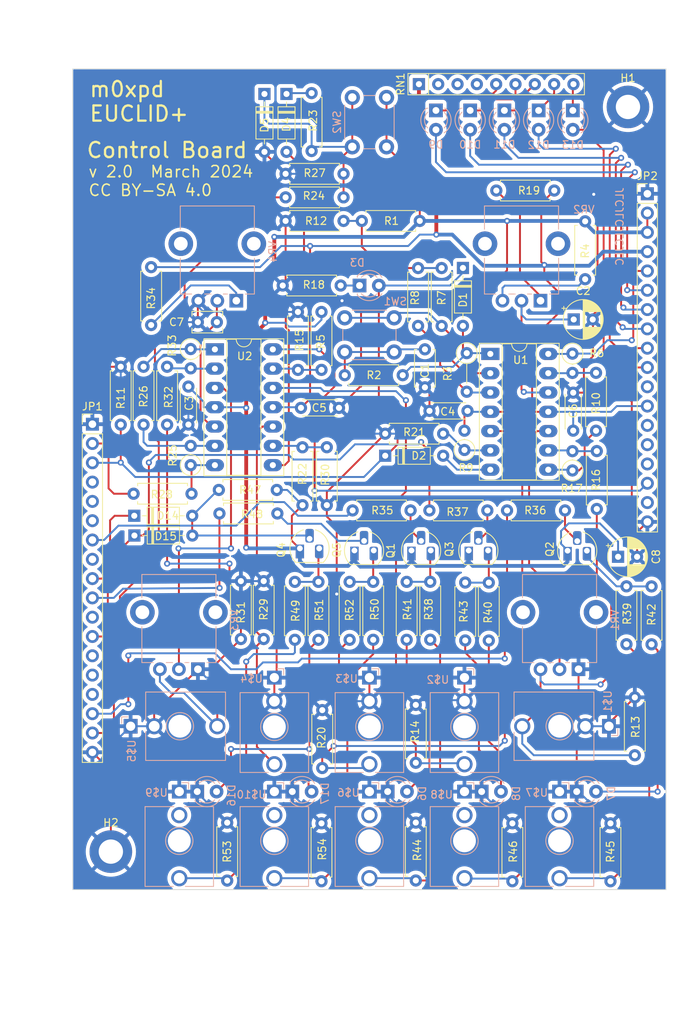
<source format=kicad_pcb>
(kicad_pcb (version 20221018) (generator pcbnew)
  (layers (0 "F.Cu" signal) (31 "B.Cu" signal) (34 "B.Paste" user) (35 "F.Paste" user) (36 "B.SilkS" user "B.Silkscreen") (37 "F.SilkS" user "F.Silkscreen") (38 "B.Mask" user) (39 "F.Mask" user) (44 "Edge.Cuts" user))
  (net 0 "")
  (net 1 "+12V")
  (net 2 "GND")
  (net 3 "-12V")
  (net 4 "Net-(U1D-+)")
  (net 5 "Net-(U2B-+)")
  (net 6 "Net-(C1-Pad2)")
  (net 7 "Net-(D1-A)")
  (net 8 "A4")
  (net 9 "Net-(D2-A)")
  (net 10 "A3")
  (net 11 "Net-(D3-K)")
  (net 12 "A2")
  (net 13 "Net-(D4-K)")
  (net 14 "A1")
  (net 15 "Net-(D4-A)")
  (net 16 "A0")
  (net 17 "Net-(D5-K)")
  (net 18 "Net-(D7-A)")
  (net 19 "Net-(D8-A)")
  (net 20 "ESYNC")
  (net 21 "Net-(D9-K)")
  (net 22 "_Q")
  (net 23 "Net-(D10-K)")
  (net 24 "INPUT")
  (net 25 "Net-(D11-K)")
  (net 26 "Net-(D12-K)")
  (net 27 "VCO_IN")
  (net 28 "Net-(D13-K)")
  (net 29 "Net-(D14-A)")
  (net 30 "Net-(D16-A)")
  (net 31 "MULT")
  (net 32 "Net-(D17-A)")
  (net 33 "Q")
  (net 38 "DIV_Out")
  (net 39 "RESET")
  (net 40 "ADC_IN")
  (net 45 "CLOCK_IN")
  (net 48 "Net-(D6-A)")
  (net 52 "Net-(Q1-B)")
  (net 53 "Net-(Q1-E)")
  (net 54 "Net-(Q2-B)")
  (net 55 "Net-(Q2-E)")
  (net 56 "Net-(Q3-B)")
  (net 57 "Net-(U1D--)")
  (net 58 "Net-(Q3-E)")
  (net 59 "Net-(U1C--)")
  (net 60 "Net-(VR4-A)")
  (net 61 "Net-(U2A--)")
  (net 62 "Net-(Q4-E)")
  (net 63 "Net-(Q5-B)")
  (net 64 "Net-(U2B--)")
  (net 65 "Net-(VR2-E)")
  (net 66 "Net-(Q5-E)")
  (net 67 "Net-(U1A--)")
  (net 68 "Net-(U1A-+)")
  (net 72 "Net-(R1-Pad1)")
  (net 73 "Net-(VR2-A)")
  (net 74 "Net-(R10-Pad2)")
  (net 75 "Net-(R25-Pad1)")
  (net 76 "Net-(R26-Pad2)")
  (net 77 "Net-(U1B--)")
  (net 78 "Net-(U2D--)")
  (net 79 "Net-(U2C--)")
  (net 80 "Net-(U1C-+)")
  (net 81 "Net-(U2A-+)")
  (net 82 "Net-(U2D-+)")
  (net 83 "Net-(U1B-+)")
  (net 84 "Net-(VR3-E)")
  (net 85 "Net-(U2C-+)")
  (net 86 "Net-(VR1-E)")
  (net 87 "Net-(R38-Pad1)")
  (net 88 "Net-(R39-Pad1)")
  (net 89 "Net-(R40-Pad1)")
  (net 90 "Net-(R49-Pad1)")
  (net 91 "Net-(R50-Pad1)")
  (footprint "Resistor_THT:R_Axial_DIN0207_L6.3mm_D2.5mm_P7.62mm_Horizontal" (layer "F.Cu") (at 120.3 149.19 -90)
    (fp_text reference "R53")
    (fp_text value "4k7" hide)
  )
  (footprint "Resistor_THT:R_Axial_DIN0207_L6.3mm_D2.5mm_P5.08mm_Vertical" (layer "F.Cu") (at 151.8 87.4 -90)
    (fp_text reference "R3")
    (fp_text value "220k" hide)
  )
  (footprint "Package_DIP:DIP-14_W7.62mm_Socket_LongPads" (layer "F.Cu") (at 118.68 86.9)
    (fp_text reference "U2")
    (fp_text value "TL084")
  )
  (footprint "Resistor_THT:R_Axial_DIN0207_L6.3mm_D2.5mm_P7.62mm_Horizontal" (layer "F.Cu") (at 143.9 125.12 90)
    (fp_text reference "R41")
    (fp_text value "5k6" hide)
  )
  (footprint "Resistor_THT:R_Axial_DIN0207_L6.3mm_D2.5mm_P7.62mm_Horizontal" (layer "F.Cu") (at 127.98 63.8)
    (fp_text reference "R27")
    (fp_text value "10k" hide)
  )
  (footprint "Capacitor_THT:C_Disc_D4.3mm_W1.9mm_P5.00mm" (layer "F.Cu") (at 135 94.6 180)
    (fp_text reference "C5")
    (fp_text value "100n" hide)
  )
  (footprint "Resistor_THT:R_Axial_DIN0207_L6.3mm_D2.5mm_P7.62mm_Horizontal" (layer "F.Cu") (at 136.4 125.12 90)
    (fp_text reference "R52")
    (fp_text value "5k6" hide)
  )
  (footprint "Resistor_THT:R_Axial_DIN0207_L6.3mm_D2.5mm_P7.62mm_Horizontal" (layer "F.Cu") (at 168.9 100.29 -90)
    (fp_text reference "R16")
    (fp_text value "47k" hide)
  )
  (footprint "Resistor_THT:R_Axial_DIN0207_L6.3mm_D2.5mm_P7.62mm_Horizontal" (layer "F.Cu") (at 106.3 89.19 -90)
    (fp_text reference "R11")
    (fp_text value "10k" hide)
  )
  (footprint "Package_TO_SOT_THT:TO-92_HandSolder" (layer "F.Cu") (at 129.86 113.1)
    (fp_text reference "Q4")
    (fp_text value "BC546" hide)
  )
  (footprint "Resistor_THT:R_Axial_DIN0207_L6.3mm_D2.5mm_P7.62mm_Horizontal" (layer "F.Cu") (at 125.1 117.4 -90)
    (fp_text reference "R29")
    (fp_text value "100k" hide)
  )
  (footprint "Resistor_THT:R_Axial_DIN0207_L6.3mm_D2.5mm_P7.62mm_Horizontal" (layer "F.Cu") (at 155.69 66)
    (fp_text reference "R19")
    (fp_text value "270k" hide)
  )
  (footprint "Resistor_THT:R_Axial_DIN0207_L6.3mm_D2.5mm_P7.62mm_Horizontal" (layer "F.Cu") (at 145.1 133.69 -90)
    (fp_text reference "R14")
    (fp_text value "100k" hide)
  )
  (footprint "Connector_PinHeader_2.54mm:PinHeader_1x18_P2.54mm_Vertical" (layer "F.Cu") (at 175.55 66.425)
    (fp_text reference "JP2")
    (fp_text value "~" hide)
  )
  (footprint "Resistor_THT:R_Axial_DIN0207_L6.3mm_D2.5mm_P7.62mm_Horizontal" (layer "F.Cu") (at 127.6 78.5)
    (fp_text reference "R18")
    (fp_text value "5k6" hide)
  )
  (footprint "Package_TO_SOT_THT:TO-92_HandSolder" (layer "F.Cu") (at 165.06 113.4)
    (fp_text reference "Q2")
    (fp_text value "BC546" hide)
  )
  (footprint "Resistor_THT:R_Axial_DIN0207_L6.3mm_D2.5mm_P7.62mm_Horizontal" (layer "F.Cu") (at 145.1 149.18 -90)
    (fp_text reference "R44")
    (fp_text value "4k7" hide)
  )
  (footprint "Resistor_THT:R_Axial_DIN0207_L6.3mm_D2.5mm_P7.62mm_Horizontal" (layer "F.Cu") (at 173.9 140.32 90)
    (fp_text reference "R13")
    (fp_text value "100k" hide)
  )
  (footprint "Resistor_THT:R_Axial_DIN0207_L6.3mm_D2.5mm_P7.62mm_Horizontal" (layer "F.Cu") (at 127.98 66.9)
    (fp_text reference "R24")
    (fp_text value "100k" hide)
  )
  (footprint "Capacitor_THT:C_Disc_D4.3mm_W1.9mm_P5.00mm" (layer "F.Cu") (at 151.9 95 180)
    (fp_text reference "C4")
    (fp_text value "100n" hide)
  )
  (footprint "Resistor_THT:R_Axial_DIN0207_L6.3mm_D2.5mm_P7.62mm_Horizontal" (layer "F.Cu") (at 129.2 125.12 90)
    (fp_text reference "R49")
    (fp_text value "1k2" hide)
  )
  (footprint "Capacitor_THT:C_Disc_D4.3mm_W1.9mm_P5.00mm" (layer "F.Cu") (at 165.8 92.6 -90)
    (fp_text reference "C6")
    (fp_text value "100n" hide)
  )
  (footprint "Diode_THT:D_DO-35_SOD27_P7.62mm_Horizontal" (layer "F.Cu") (at 128.1 53.29 -90)
    (fp_text reference "D4")
    (fp_text value "1N4148" hide)
  )
  (footprint "Resistor_THT:R_Axial_DIN0207_L6.3mm_D2.5mm_P7.62mm_Horizontal" (layer "F.Cu") (at 168.8 89.99 -90)
    (fp_text reference "R10")
    (fp_text value "10k" hide)
  )
  (footprint "Diode_THT:D_DO-35_SOD27_P7.62mm_Horizontal" (layer "F.Cu") (at 141.08 100.9)
    (fp_text reference "D2")
    (fp_text value "1N4148" hide)
  )
  (footprint "Package_TO_SOT_THT:TO-92_HandSolder" (layer "F.Cu") (at 137.03 113.37)
    (fp_text reference "Q5")
    (fp_text value "BC546" hide)
  )
  (footprint "Resistor_THT:R_Axial_DIN0207_L6.3mm_D2.5mm_P7.62mm_Horizontal" (layer "F.Cu") (at 176.1 125.72 90)
    (fp_text reference "R42")
    (fp_text value "5k6" hide)
  )
  (footprint "Diode_THT:D_DO-35_SOD27_P7.62mm_Horizontal" (layer "F.Cu") (at 125.2 53.29 -90)
    (fp_text reference "D5")
    (fp_text value "1N4148" hide)
  )
  (footprint "Resistor_THT:R_Axial_DIN0207_L6.3mm_D2.5mm_P2.54mm_Vertical" (layer "F.Cu") (at 165.7 87.46 -90)
    (fp_text reference "R6")
    (fp_text value "56k" hide)
  )
  (footprint "Resistor_THT:R_Axial_DIN0207_L6.3mm_D2.5mm_P7.62mm_Horizontal" (layer "F.Cu") (at 126.9 108.5 180)
    (fp_text reference "R48")
    (fp_text value "10k" hide)
  )
  (footprint "Capacitor_THT:CP_Radial_D5.0mm_P2.50mm" (layer "F.Cu") (at 171.7 114.2)
    (fp_text reference "C8")
    (fp_text value "1u" hide)
  )
  (footprint "Resistor_THT:R_Axial_DIN0207_L6.3mm_D2.5mm_P7.62mm_Horizontal" (layer "F.Cu") (at 151.6 125.21 90)
    (fp_text reference "R43")
    (fp_text value "5k6" hide)
  )
  (footprint "Diode_THT:D_DO-35_SOD27_P7.62mm_Horizontal" (layer "F.Cu") (at 108.08 108.8)
    (fp_text reference "D14")
    (fp_text value "1N4148" hide)
  )
  (footprint "Resistor_THT:R_Axial_DIN0207_L6.3mm_D2.5mm_P7.62mm_Horizontal" (layer "F.Cu") (at 132.3 125.12 90)
    (fp_text reference "R51")
    (fp_text value "5k6" hide)
  )
  (footprint "Resistor_THT:R_Axial_DIN0207_L6.3mm_D2.5mm_P7.62mm_Horizontal" (layer "F.Cu") (at 145.4 83.82 90)
    (fp_text reference "R8")
    (fp_text value "10k" hide)
  )
  (footprint "Resistor_THT:R_Axial_DIN0207_L6.3mm_D2.5mm_P7.62mm_Horizontal" (layer "F.Cu") (at 154.7 125.22 90)
    (fp_text reference "R40")
    (fp_text value "1k2" hide)
  )
  (footprint "Capacitor_THT:C_Disc_D4.7mm_W2.5mm_P5.00mm" (layer "F.Cu") (at 146.3 91.9 90)
    (fp_text reference "C1")
    (fp_text value "100n" hide)
  )
  (footprint "Resistor_THT:R_Axial_DIN0207_L6.3mm_D2.5mm_P7.62mm_Horizontal" (layer "F.Cu") (at 127.98 70)
    (fp_text reference "R12")
    (fp_text value "10k" hide)
  )
  (footprint "Capacitor_THT:C_Disc_D4.3mm_W1.9mm_P5.00mm" (layer "F.Cu") (at 115.2 91.8 -90)
    (fp_text reference "C3")
    (fp_text value "100n" hide)
  )
  (footprint "Resistor_THT:R_Axial_DIN0207_L6.3mm_D2.5mm_P7.62mm_Horizontal" (layer "F.Cu") (at 130.2 99.79 -90)
    (fp_text reference "R22")
    (fp_text value "100k" hide)
  )
  (footprint "Resistor_THT:R_Axial_DIN0207_L6.3mm_D2.5mm_P7.62mm_Horizontal" (layer "F.Cu") (at 144.41 108.1 180)
    (fp_text reference "R35")
    (fp_text value "10k" hide)
  )
  (footprint "Resistor_THT:R_Axial_DIN0207_L6.3mm_D2.5mm_P7.62mm_Horizontal" (layer "F.Cu") (at 164.72 108.1 180)
    (fp_text reference "R36")
    (fp_text value "10k" hide)
  )
  (footprint "Resistor_THT:R_Axial_DIN0207_L6.3mm_D2.5mm_P7.62mm_Horizontal" (layer "F.Cu") (at 132.7 89.6 90)
    (fp_text reference "R5")
    (fp_text value "100k" hide)
  )
  (footprint "Resistor_THT:R_Axial_DIN0207_L6.3mm_D2.5mm_P7.62mm_Horizontal" (layer "F.Cu") (at 148.5 76.2 -90)
    (fp_text reference "R7")
    (fp_text value "10k" hide)
  )
  (footprint "Diode_THT:D_DO-35_SOD27_P7.62mm_Horizontal" (layer "F.Cu") (at 151.3 76.19 -90)
    (fp_text reference "D1")
    (fp_text value "1N4148" hide)
  )
  (footprint "Capacitor_THT:C_Disc_D3.8mm_W2.6mm_P2.50mm" (layer "F.Cu") (at 116.44 83.32)
    (fp_text reference "C7")
    (fp_text value "10n" hide)
  )
  (footprint "Resistor_THT:R_Axial_DIN0207_L6.3mm_D2.5mm_P7.62mm_Horizontal" (layer "F.Cu") (at 135.76 90.3)
    (fp_text reference "R2")
    (fp_text value "3M3" hide)
  )
  (footprint "Resistor_THT:R_Axial_DIN0207_L6.3mm_D2.5mm_P7.62mm_Horizontal" (layer "F.Cu") (at 119.2 105.4)
    (fp_text reference "R47")
    (fp_text value "10k" hide)
  )
  (footprint "Resistor_THT:R_Axial_DIN0207_L6.3mm_D2.5mm_P2.54mm_Vertical" (layer "F.Cu") (at 151.5 100.145 90)
    (fp_text reference "R9")
    (fp_text value "100k" hide)
  )
  (footprint "Resistor_THT:R_Axial_DIN0207_L6.3mm_D2.5mm_P2.54mm_Vertical" (layer "F.Cu") (at 115.5 102.14 90)
    (fp_text reference "R25")
    (fp_text value "10k")
  )
  (footprint "Resistor_THT:R_Axial_DIN0207_L6.3mm_D2.5mm_P7.62mm_Horizontal" (layer "F.Cu") (at 167.37 70.05 -90)
    (fp_text reference "R4")
    (fp_text value "270k" hide)
  )
  (footprint "Resistor_THT:R_Axial_DIN0207_L6.3mm_D2.5mm_P7.62mm_Horizontal" (layer "F.Cu") (at 110.3 83.7 90)
    (fp_text reference "R34")
    (fp_text value "180k" hide)
  )
  (footprint "MountingHole:MountingHole_3.2mm_M3_DIN965_Pad_TopBottom" (layer "F.Cu") (at 173 55)
    (fp_text reference "H1")
    (fp_text value "MountingHole_Pad" hide)
  )
  (footprint "Resistor_THT:R_Axial_DIN0207_L6.3mm_D2.5mm_P7.62mm_Horizontal" (layer "F.Cu") (at 132.7 149.28 -90)
    (fp_text reference "R54")
    (fp_text value "4k7" hide)
  )
  (footprint "Resistor_THT:R_Axial_DIN0207_L6.3mm_D2.5mm_P7.62mm_Horizontal" (layer "F.Cu") (at 112.4 89.19 -90)
    (fp_text reference "R32")
    (fp_text value "47k" hide)
  )
  (footprint "Resistor_THT:R_Axial_DIN0207_L6.3mm_D2.5mm_P7.62mm_Horizontal" (layer "F.Cu") (at 147 125.11 90)
    (fp_text reference "R38")
    (fp_text value "1k2" hide)
  )
  (footprint "Resistor_THT:R_Axial_DIN0207_L6.3mm_D2.5mm_P2.54mm_Vertical" (layer "F.Cu") (at 115.5 86.86 -90)
    (fp_text reference "R33")
    (fp_text value "47k" hide)
  )
  (footprint "Resistor_THT:R_Axial_DIN0207_L6.3mm_D2.5mm_P7.62mm_Horizontal" (layer "F.Cu") (at 170.7 149.28 -90)
    (fp_text reference "R45")
    (fp_text value "4k7" hide)
  )
  (footprint "Resistor_THT:R_Axial_DIN0207_L6.3mm_D2.5mm_P7.62mm_Horizontal" (layer "F.Cu") (at 157.8 149.28 -90)
    (fp_text reference "R46")
    (fp_text value "4k7" hide)
  )
  (footprint "Resistor_THT:R_Axial_DIN0207_L6.3mm_D2.5mm_P7.62mm_Horizontal" (layer "F.Cu") (at 122.1 125.02 90)
    (fp_text reference "R31")
    (fp_text value "100k" hide)
  )
  (footprint "Package_TO_SOT_THT:TO-92_HandSolder" (layer "F.Cu") (at 152.06 113.37)
    (fp_text reference "Q3")
    (fp_text value "BC546" hide)
  )
  (footprint "Capacitor_THT:CP_Radial_D5.0mm_P2.50mm" (layer "F.Cu") (at 165.864887 82.97)
    (fp_text reference "C2")
    (fp_text value "1u")
  )
  (footprint "Resistor_THT:R_Axial_DIN0207_L6.3mm_D2.5mm_P7.62mm_Horizontal" (layer "F.Cu") (at 132.8 134.38 -90)
    (fp_text reference "R20")
    (fp_text value "100k" hide)
  )
  (footprint "Resistor_THT:R_Axial_DIN0207_L6.3mm_D2.5mm_P7.62mm_Horizontal" (layer "F.Cu") (at 154.51 108.1 180)
    (fp_text reference "R37")
    (fp_text value "10k" hide)
  )
  (footprint "MountingHole:MountingHole_3.2mm_M3_DIN965_Pad_TopBottom" (layer "F.Cu") (at 105 153)
    (fp_text reference "H2")
    (fp_text value "MountingHole_Pad" hide)
  )
  (footprint "Package_DIP:DIP-14_W7.62mm_Socket_LongPads" (layer "F.Cu") (at 154.9 87.5)
    (fp_text reference "U1")
    (fp_text value "TL084")
  )
  (footprint "Resistor_THT:R_Axial_DIN0207_L6.3mm_D2.5mm_P7.62mm_Horizontal" (layer "F.Cu") (at 138 70)
    (fp_text reference "R1")
    (fp_text value "10k" hide)
  )
  (footprint "Resistor_THT:R_Axial_DIN0207_L6.3mm_D2.5mm_P7.62mm_Horizontal" (layer "F.Cu") (at 141.08 98)
    (fp_text reference "R21")
    (fp_text value "15k" hide)
  )
  (footprint "Package_TO_SOT_THT:TO-92_HandSolder" (layer "F.Cu") (at 144.53 113.37)
    (fp_text reference "Q1")
    (fp_text value "BC546" hide)
  )
  (footprint "Resistor_THT:R_Axial_DIN0207_L6.3mm_D2.5mm_P7.62mm_Horizontal" (layer "F.Cu") (at 133.4 107.4 90)
    (fp_text reference "R30")
    (fp_text value "15k" hide)
  )
  (footprint "Resistor_THT:R_Axial_DIN0207_L6.3mm_D2.5mm_P7.62mm_Horizontal" (layer "F.Cu") (at 115.61 105.9 180)
    (fp_text reference "R28")
    (fp_text value "100k" hide)
  )
  (footprint "Resistor_THT:R_Axial_DIN0207_L6.3mm_D2.5mm_P2.54mm_Vertical" (layer "F.Cu") (at 165.7 102.84 90)
    (fp_text reference "R17")
    (fp_text value "47k" hide)
  )
  (footprint "Diode_THT:D_DO-35_SOD27_P7.62mm_Horizontal" (layer "F.Cu") (at 108.1 111.4)
    (fp_text reference "D15")
    (fp_text value "1N4148" hide)
  )
  (footprint "Resistor_THT:R_Array_SIP9" (layer "F.Cu") (at 145.51 52)
    (fp_text reference "RN1")
    (fp_text value "10k" hide)
  )
  (footprint "Resistor_THT:R_Axial_DIN0207_L6.3mm_D2.5mm_P7.62mm_Horizontal" (layer "F.Cu") (at 139.5 125.12 90)
    (fp_text reference "R50")
    (fp_text value "1k2" hide)
  )
  (footprint "Resistor_THT:R_Axial_DIN0207_L6.3mm_D2.5mm_P7.62mm_Horizontal" (layer "F.Cu") (at 109.3 96.81 90)
    (fp_text reference "R26")
    (fp_text value "10k" hide)
  )
  (footprint "Resistor_THT:R_Axial_DIN0207_L6.3mm_D2.5mm_P7.62mm_Horizontal" (layer "F.Cu") (at 131.4 60.8 90)
    (fp_text reference "R23")
    (fp_text value "1k" hide)
  )
  (footprint "Connector_PinHeader_2.54mm:PinHeader_1x18_P2.54mm_Vertical" (layer "F.Cu") (at 102.575 96.75)
    (fp_text reference "JP1")
    (fp_text value "~" hide)
  )
  (footprint "Resistor_THT:R_Axial_DIN0207_L6.3mm_D2.5mm_P7.62mm_Horizontal" (layer "F.Cu") (at 172.8 125.71 90)
    (fp_text reference "R39")
    (fp_text value "1k2" hide)
  )
  (footprint "Resistor_THT:R_Axial_DIN0207_L6.3mm_D2.5mm_P7.62mm_Horizontal" (layer "F.Cu") (at 129.6 81.98 -90)
    (fp_text reference "R15")
    (fp_text value "15k" hide)
  )
  (footprint "Connector_Audio:Jack_3.5mm_QingPu_WQP-PJ398SM_Vertical_CircularHoles" (layer "B.Cu") (at 139 130.1 180)
    (fp_text reference "U$3")
    (fp_text value "THONKICONN_JACK" hide)
  )
  (footprint "LED_THT:LED_D3.0mm" (layer "B.Cu") (at 128.86 145.1)
    (fp_text reference "D17")
    (fp_text value "LED" hide)
  )
  (footprint "Connector_Audio:Jack_3.5mm_QingPu_WQP-PJ398SM_Vertical_CircularHoles" (layer "B.Cu") (at 139 145.1 180)
    (fp_text reference "U$6")
    (fp_text value "THONKICONN_JACK" hide)
  )
  (footprint "LED_THT:LED_D3.0mm" (layer "B.Cu") (at 156.75 55.46 -90)
    (fp_text reference "D11")
    (fp_text value "LED" hide)
  )
  (footprint "Connector_Audio:Jack_3.5mm_QingPu_WQP-PJ398SM_Vertical_CircularHoles" (layer "B.Cu") (at 151.5 145.1 180)
    (fp_text reference "U$8")
    (fp_text value "THONKICONN_JACK" hide)
  )
  (footprint "Potentiometer_THT:Potentiometer_Alpha_RD901F-40-00D_Single_Vertical_CircularHoles" (layer "B.Cu") (at 121.5 80.5 90)
    (fp_text reference "VR4")
    (fp_text value "B100k" hide)
  )
  (footprint "LED_THT:LED_D3.0mm" (layer "B.Cu") (at 116.36 145.1)
    (fp_text reference "D16")
    (fp_text value "LED" hide)
  )
  (footprint "LED_THT:LED_D3.0mm" (layer "B.Cu") (at 166.26 145.1)
    (fp_text reference "D7")
    (fp_text value "LED" hide)
  )
  (footprint "Button_Switch_THT:SW_PUSH_6mm_H13mm" (layer "B.Cu") (at 142.25 82.75 180)
    (fp_text reference "SW1")
    (fp_text value "SW_Push" hide)
  )
  (footprint "LED_THT:LED_D3.0mm" (layer "B.Cu") (at 152.25 55.46 -90)
    (fp_text reference "D10")
    (fp_text value "LED" hide)
  )
  (footprint "Potentiometer_THT:Potentiometer_Alpha_RD901F-40-00D_Single_Vertical_CircularHoles" (layer "B.Cu") (at 116.45 129 90)
    (fp_text reference "VR3")
    (fp_text value "B100k")
  )
  (footprint "Connector_Audio:Jack_3.5mm_QingPu_WQP-PJ398SM_Vertical_CircularHoles" (layer "B.Cu") (at 114 145.1 180)
    (fp_text reference "U$9")
    (fp_text value "THONKICONN_JACK" hide)
  )
  (footprint "LED_THT:LED_D3.0mm" (layer "B.Cu") (at 161.25 55.46 -90)
    (fp_text reference "D12")
    (fp_text value "LED" hide)
  )
  (footprint "Connector_Audio:Jack_3.5mm_QingPu_WQP-PJ398SM_Vertical_CircularHoles" (layer "B.Cu") (at 170.5 136.5 90)
    (fp_text reference "U$1")
    (fp_text value "THONKICONN_JACK" hide)
  )
  (footprint "LED_THT:LED_D3.0mm" (layer "B.Cu") (at 141.4 145.1)
    (fp_text reference "D6")
    (fp_text value "LED" hide)
  )
  (footprint "Button_Switch_THT:SW_PUSH_6mm_H13mm" (layer "B.Cu") (at 136.75 53.75 -90)
    (fp_text reference "SW2")
    (fp_text value "SW_Push")
  )
  (footprint "Connector_Audio:Jack_3.5mm_QingPu_WQP-PJ398SM_Vertical_CircularHoles" (layer "B.Cu") (at 107.6 136.5 -90)
    (fp_text reference "U$5")
    (fp_text value "THONKICONN_JACK" hide)
  )
  (footprint "Connector_Audio:Jack_3.5mm_QingPu_WQP-PJ398SM_Vertical_CircularHoles" (layer "B.Cu") (at 126.5 130.1 180)
    (fp_text reference "U$4")
    (fp_text value "THONKICONN_JACK" hide)
  )
  (footprint "Connector_Audio:Jack_3.5mm_QingPu_WQP-PJ398SM_Vertical_CircularHoles" (layer "B.Cu") (at 164 145.1 180)
    (fp_text reference "U$7")
    (fp_text value "THONKICONN_JACK" hide)
  )
  (footprint "Potentiometer_THT:Potentiometer_Alpha_RD901F-40-00D_Single_Vertical_CircularHoles" (layer "B.Cu") (at 161.5 80.5 90)
    (fp_text reference "VR2")
    (fp_text value "B100k" hide)
  )
  (footprint "Connector_Audio:Jack_3.5mm_QingPu_WQP-PJ398SM_Vertical_CircularHoles" (layer "B.Cu") (at 151.5 130.1 180)
    (fp_text reference "U$2")
    (fp_text value "THONKICONN_JACK" hide)
  )
  (footprint "LED_THT:LED_D3.0mm" (layer "B.Cu") (at 153.76 145.1)
    (fp_text reference "D8")
    (fp_text value "LED" hide)
  )
  (footprint "LED_THT:LED_D3.0mm" (layer "B.Cu") (at 147.75 55.46 -90)
    (fp_text reference "D9")
    (fp_text value "LED" hide)
  )
  (footprint "Connector_Audio:Jack_3.5mm_QingPu_WQP-PJ398SM_Vertical_CircularHoles" (layer "B.Cu") (at 126.5 145.1 180)
    (fp_text reference "U$10")
    (fp_text value "THONKICONN_JACK" hide)
  )
  (footprint "LED_THT:LED_D3.0mm" (layer "B.Cu") (at 165.75 55.46 -90)
    (fp_text reference "D13")
    (fp_text value "LED" hide)
  )
  (footprint "Potentiometer_THT:Potentiometer_Alpha_RD901F-40-00D_Single_Vertical_CircularHoles" (layer "B.Cu") (at 166.5 129 90)
    (fp_text reference "VR1")
    (fp_text value "B100k")
  )
  (footprint "LED_THT:LED_D3.0mm" (layer "B.Cu") (at 137.7 78.5)
    (fp_text reference "D3")
    (fp_text value "LED" hide)
  )
  (gr_line (start 100 158) (end 100 50) (stroke (width 0.1)) (layer "Edge.Cuts"))
  (gr_line (start 100 50) (end 178 50) (stroke (width 0.1)) (layer "Edge.Cuts"))
  (gr_line (start 178 50) (end 178 158) (stroke (width 0.1)) (layer "Edge.Cuts"))
  (gr_line (start 178 158) (end 100 158) (stroke (width 0.1)) (layer "Edge.Cuts"))
  (gr_text "JLCJLCJLCJLC" (at 172.5 65.5 90) (layer "B.SilkS") (effects (font (size 1 1)) (justify left bottom mirror)))
  (gr_text "v 2.0  March 2024" (at 101.94 64.39) (layer "F.SilkS") (effects (font (size 1.5 1.5) (thickness 0.2)) (justify left bottom)))
  (gr_text "Control Board" (at 101.66 61.86) (layer "F.SilkS") (effects (font (size 2 2) (thickness 0.3)) (justify left bottom)))
  (gr_text "CC BY-SA 4.0" (at 101.95 66.84) (layer "F.SilkS") (effects (font (size 1.5 1.5) (thickness 0.2)) (justify left bottom)))
  (gr_text "m0xpd \nEUCLID+" (at 102.04 57.06) (layer "F.SilkS") (effects (font (size 2 2) (thickness 0.3)) (justify left bottom)))
  (segment (start 122.8 94.6) (end 122.8 113) (width 0.5) (layer "F.Cu") (net 1))
  (segment (start 157.1 70) (end 157.1 76.5) (width 0.25) (layer "F.Cu") (net 1))
  (segment (start 128.8 112.1) (end 128.8 108.81) (width 0.25) (layer "F.Cu") (net 1))
  (segment (start 125.3 83.4) (end 125.3 83.5) (width 0.5) (layer "F.Cu") (net 1))
  (segment (start 154.9 78.7) (end 154.9 81.5) (width 0.25) (layer "F.Cu") (net 1))
  (segment (start 129.86 113.1) (end 129.8 113.1) (width 0.5) (layer "F.Cu") (net 1))
  (segment (start 157.08 95.12) (end 154.9 95.12) (width 0.25) (layer "F.Cu") (net 1))
  (segment (start 126.5 72.1) (end 126.5 75.9) (width 0.5) (layer "F.Cu") (net 1))
  (segment (start 141.25 60.25) (end 145.62 64.62) (width 0.25) (layer "F.Cu") (net 1))
  (segment (start 157.1 83.7) (end 157.1 95.1) (width 0.25) (layer "F.Cu") (net 1))
  (segment (start 129.8 113.1) (end 128.8 112.1) (width 0.25) (layer "F.Cu") (net 1))
  (segment (start 122.8 86) (end 122.8 94.6) (width 0.5) (layer "F.Cu") (net 1))
  (segment (start 151.5 97.605) (end 151.5 95.4) (width 0.25) (layer "F.Cu") (net 1))
  (segment (start 126.5 75.9) (end 125.3 77.1) (width 0.5) (layer "F.Cu") (net 1))
  (segment (start 157.1 76.5) (end 154.9 78.7) (width 0.25) (layer "F.Cu") (net 1))
  (segment (start 125.3 77.1) (end 125.3 83.4) (width 0.5) (layer "F.Cu") (net 1))
  (segment (start 151.5 95.4) (end 151.9 95) (width 0.25) (layer "F.Cu") (net 1))
  (segment (start 125.3 83.5) (end 122.8 86) (width 0.5) (layer "F.Cu") (net 1))
  (segment (start 141.25 60.25) (end 141.25 53.75) (width 0.25) (layer "F.Cu") (net 1))
  (segment (start 175.55 68.965) (end 175.55 71.505) (width 0.25) (layer "F.Cu") (net 1))
  (segment (start 145.62 64.62) (end 145.62 70) (width 0.25) (layer "F.Cu") (net 1))
  (segment (start 157.1 95.1) (end 157.08 95.12) (width 0.25) (layer "F.Cu") (net 1))
  (segment (start 128.8 108.81) (end 130.2 107.41) (width 0.25) (layer "F.Cu") (net 1))
  (segment (start 154.9 81.5) (end 157.1 83.7) (width 0.25) (layer "F.Cu") (net 1))
  (via (at 122.8 94.6) (size 0.8) (drill 0.4) (layers "F.Cu" "B.Cu") (net 1))
  (via (at 122.8 113) (size 0.8) (drill 0.4) (layers "F.Cu" "B.Cu") (net 1))
  (via (at 125.3 83.4) (size 0.8) (drill 0.4) (layers "F.Cu" "B.Cu") (net 1))
  (via (at 157.1 70) (size 0.8) (drill 0.4) (layers "F.Cu" "B.Cu") (net 1))
  (via (at 126.5 72.1) (size 0.8) (drill 0.4) (layers "F.Cu" "B.Cu") (net 1))
  (segment (start 122.9 113.1) (end 129.86 113.1) (width 0.5) (layer "B.Cu") (net 1))
  (segment (start 126.82 105.4) (end 128.19 105.4) (width 0.25) (layer "B.Cu") (net 1))
  (segment (start 165.2 109.8) (end 169.3 109.8) (width 0.25) (layer "B.Cu") (net 1))
  (segment (start 132.7 83) (end 131.8 83.9) (width 0.25) (layer "B.Cu") (net 1))
  (segment (start 152.06 114.86) (end 152.6 115.4) (width 0.5) (layer "B.Cu") (net 1))
  (segment (start 132.7 81.98) (end 132.7 83) (width 0.25) (layer "B.Cu") (net 1))
  (segment (start 130.5 115.4) (end 136.2 115.4) (width 0.5) (layer "B.Cu") (net 1))
  (segment (start 127.9 83.4) (end 128.4 83.9) (width 0.25) (layer "B.Cu") (net 1))
  (segment (start 145.2 115.4) (end 151.4 115.4) (width 0.5) (layer "B.Cu") (net 1))
  (segment (start 143.52 72.1) (end 126.5 72.1) (width 0.5) (layer "B.Cu") (net 1))
  (segment (start 144.53 113.37) (end 144.53 114.73) (width 0.25) (layer "B.Cu") (net 1))
  (segment (start 129.86 113.1) (end 129.86 114.76) (width 0.5) (layer "B.Cu") (net 1))
  (segment (start 152.06 114.74) (end 152.06 113.37) (width 0.25) (layer "B.Cu") (net 1))
  (segment (start 122.8 94.6) (end 122.72 94.52) (width 0.25) (layer "B.Cu") (net 1))
  (segment (start 144.53 114.77) (end 144.53 113.37) (width 0.25) (layer "B.Cu") (net 1))
  (segment (start 122.8 113) (end 122.9 113.1) (width 0.25) (layer "B.Cu") (net 1))
  (segment (start 164.2 112.5) (end 164.2 110.8) (width 0.25) (layer "B.Cu") (net 1))
  (segment (start 117.22 93.82) (end 115.2 91.8) (width 0.25) (layer "B.Cu") (net 1))
  (segment (start 136.2 115.4) (end 137.03 114.57) (width 0.5) (layer "B.Cu") (net 1))
  (segment (start 118.68 94.52) (end 117.22 94.52) (width 0.25) (layer "B.Cu") (net 1))
  (segment (start 143.8 115.5) (end 144.53 114.77) (width 0.5) (layer "B.Cu") (net 1))
  (segment (start 152.6 115.4) (end 164.5 115.4) (width 0.5) (layer "B.Cu") (net 1))
  (segment (start 137.03 114.57) (end 137.03 113.37) (width 0.25) (layer "B.Cu") (net 1))
  (segment (start 125.3 83.4) (end 127.9 83.4) (width 0.25) (layer "B.Cu") (net 1))
  (segment (start 128.4 83.9) (end 131.4 83.9) (width 0.25) (layer "B.Cu") (net 1))
  (segment (start 169.1 71.505) (end 168.605 71.505) (width 0.25) (layer "B.Cu") (net 1))
  (segment (start 175.55 71.505) (end 169.1 71.505) (width 0.5) (layer "B.Cu") (net 1))
  (segment (start 144.53 114.73) (end 145.2 115.4) (width 0.5) (layer "B.Cu") (net 1))
  (segment (start 152.06 113.37) (end 152.06 114.86) (width 0.25) (layer "B.Cu") (net 1))
  (segment (start 145.62 70) (end 143.52 72.1) (width 0.5) (layer "B.Cu") (net 1))
  (segment (start 169.1 71.505) (end 168.985 71.505) (width 0.5) (layer "B.Cu") (net 1))
  (segment (start 152.02 95.12) (end 151.9 95) (width 0.25) (layer "B.Cu") (net 1))
  (segment (start 168.605 71.505) (end 167.1 70) (width 0.5) (layer "B.Cu") (net 1))
  (segment (start 137.8 115.5) (end 143.8 115.5) (width 0.5) (layer "B.Cu") (net 1))
  (segment (start 157.1 70) (end 145.62 70) (width 0.5) (layer "B.Cu") (net 1))
  (segment (start 122.72 94.52) (end 118.68 94.52) (width 0.25) (layer "B.Cu") (net 1))
  (segment (start 164.5 115.4) (end 165.06 114.84) (width 0.5) (layer "B.Cu") (net 1))
  (segment (start 165.06 113.4) (end 165.06 113.36) (width 0.25) (layer "B.Cu") (net 1))
  (segment (start 165.06 113.36) (end 164.2 112.5) (width 0.25) (layer "B.Cu") (net 1))
  (segment (start 151.4 115.4) (end 152.06 114.74) (width 0.5) (layer "B.Cu") (net 1))
  (segment (start 128.19 105.4) (end 130.2 107.41) (width 0.25) (layer "B.Cu") (net 1))
  (segment (start 154.9 95.12) (end 152.02 95.12) (width 0.25) (layer "B.Cu") (net 1))
  (segment (start 165.06 114.84) (end 165.06 113.4) (width 0.25) (layer "B.Cu") (net 1))
  (segment (start 171.7 112.2) (end 171.7 114.2) (width 0.25) (layer "B.Cu") (net 1))
  (segment (start 137.03 114.73) (end 137.8 115.5) (width 0.5) (layer "B.Cu") (net 1))
  (segment (start 131.8 83.9) (end 131.4 83.9) (width 0.25) (layer "B.Cu") (net 1))
  (segment (start 117.22 94.52) (end 117.22 93.82) (width 0.25) (layer "B.Cu") (net 1))
  (segment (start 167.1 70) (end 157.1 70) (width 0.5) (layer "B.Cu") (net 1))
  (segment (start 164.2 110.8) (end 165.2 109.8) (width 0.25) (layer "B.Cu") (net 1))
  (segment (start 137.03 113.37) (end 137.03 114.73) (width 0.25) (layer "B.Cu") (net 1))
  (segment (start 169.3 109.8) (end 171.7 112.2) (width 0.25) (layer "B.Cu") (net 1))
  (segment (start 129.86 114.76) (end 130.5 115.4) (width 0.5) (layer "B.Cu") (net 1))
  (segment (start 133.4 107.4) (end 133.4 108.9) (width 0.25) (layer "F.Cu") (net 2))
  (segment (start 170.5 136.5) (end 170.5 136.1) (width 0.25) (layer "F.Cu") (net 2))
  (segment (start 146.9 95) (end 146.9 92.5) (width 0.25) (layer "F.Cu") (net 2))
  (segment (start 135.4 80.5) (end 135.5 80.5) (width 0.25) (layer "F.Cu") (net 2))
  (segment (start 173.805 109.605) (end 173.5 109.3) (width 0.25) (layer "F.Cu") (net 2))
  (segment (start 167.1 92.6) (end 165.8 92.6) (width 0.25) (layer "F.Cu") (net 2))
  (segment (start 170.5 136.1) (end 173.9 132.7) (width 0.25) (layer "F.Cu") (net 2))
  (segment (start 126.5 130.1) (end 126.5 133.2) (width 0.25) (layer "F.Cu") (net 2))
  (segment (start 110.7 134.75) (end 110.7 136.5) (width 0.25) (layer "F.Cu") (net 2))
  (segment (start 127.98 63.8) (end 125.2 61.02) (width 0.25) (layer "F.Cu") (net 2))
  (segment (start 135 94.6) (end 137.8 91.8) (width 0.25) (layer "F.Cu") (net 2))
  (segment (start 172.3 92.6) (end 167.1 92.6) (width 0.25) (layer "F.Cu") (net 2))
  (segment (start 168.4 87.8) (end 167.2 89) (width 0.25) (layer "F.Cu") (net 2))
  (segment (start 173.5 109.3) (end 173.5 93.8) (width 0.25) (layer "F.Cu") (net 2))
  (segment (start 168.4 84.1) (end 168.4 82.35) (width 0.25) (layer "F.Cu") (net 2))
  (segment (start 139 130.1) (end 139 133.2) (width 0.25) (layer "F.Cu") (net 2))
  (segment (start 114 145.1) (end 114 139.8) (width 0.25) (layer "F.Cu") (net 2))
  (segment (start 137.9 81.4) (end 137 80.5) (width 0.25) (layer "F.Cu") (net 2))
  (segment (start 137.9 91.8) (end 137.9 81.4) (width 0.25) (layer "F.Cu") (net 2))
  (segment (start 174.2 110.955) (end 175.55 109.605) (width 0.25) (layer "F.Cu") (net 2))
  (segment (start 167.2 92.5) (end 167.1 92.6) (width 0.25) (layer "F.Cu") (net 2))
  (segment (start 116.44 80.56) (end 116.5 80.5) (width 0.25) (layer "F.Cu") (net 2))
  (segment (start 127.98 63.8) (end 129.4 65.22) (width 0.25) (layer "F.Cu") (net 2))
  (segment (start 133.4 107.4) (end 133.4 105.68) (width 0.25) (layer "F.Cu") (net 2))
  (segment (start 127.98 70) (end 127.98 78.12) (width 0.25) (layer "F.Cu") (net 2))
  (segment (start 169 67) (end 168.5 66.5) (width 0.25) (layer "F.Cu") (net 2))
  (segment (start 104.8 89.1) (end 104.89 89.19) (width 0.25) (layer "F.Cu") (net 2))
  (segment (start 129.4 65.22) (end 129.4 68.58) (width 0.25) (layer "F.Cu") (net 2))
  (segment (start 175.55 57.55) (end 173 55) (width 0.25) (layer "F.Cu") (net 2))
  (segment (start 114 139.8) (end 110.7 136.5) (width 0.25) (layer "F.Cu") (net 2))
  (segment (start 126.5 130.1) (end 126.8 129.8) (width 0.25) (layer "F.Cu") (net 2))
  (segment (start 102.575 139.93) (end 105 142.355) (width 0.25) (layer "F.Cu") (net 2))
  (segment (start 169 81.75) (end 169 67) (width 0.25) (layer "F.Cu") (net 2))
  (segment (start 167.4 136.5) (end 166.26 137.64) (width 0.25) (layer "F.Cu") (net 2))
  (segment (start 166.26 137.64) (end 166.26 145.1) (width 0.25) (layer "F.Cu") (net 2))
  (segment (start 137.8 91.8) (end 137.9 91.8) (width 0.25) (layer "F.Cu") (net 2))
  (segment (start 116.45 129) (end 110.7 134.75) (width 0.25) (layer "F.Cu") (net 2))
  (segment (start 102.575 96.75) (end 102.575 91.325) (width 0.25) (layer "F.Cu") (net 2))
  (segment (start 127.98 78.12) (end 127.6 78.5) (width 0.25) (layer "F.Cu") (net 2))
  (segment (start 173.5 93.8) (end 172.3 92.6) (width 0.25) (layer "F.Cu") (net 2))
  (segment (start 116.44 83.32) (end 116.44 80.56) (width 0.25) (layer "F.Cu") (net 2))
  (segment (start 134.7 110.2) (end 134.7 119.1) (width 0.25) (layer "F.Cu") (net 2))
  (segment (start 105 142.355) (end 105 153) (width 0.25) (layer "F.Cu") (net 2))
  (segment (start 168.4 82.35) (end 169 81.75) (width 0.25) (layer "F.Cu") (net 2))
  (segment (start 168.4 84.1) (end 168.4 87.8) (width 0.25) (layer "F.Cu") (net 2))
  (segment (start 102.575 91.325) (end 104.8 89.1) (width 0.25) (layer "F.Cu") (net 2))
  (segment (start 166.5 135.6) (end 167.4 136.5) (width 0.25) (layer "F.Cu") (net 2))
  (segment (start 167.2 89) (end 167.2 92.5) (width 0.25) (layer "F.Cu") (net 2))
  (segment (start 175.55 66.425) (end 175.55 57.55) (width 0.25) (layer "F.Cu") (net 2))
  (segment (start 174.2 114.2) (end 174.2 110.955) (width 0.25) (layer "F.Cu") (net 2))
  (segment (start 133.4 105.68) (end 141.08 98) (width 0.25) (layer "F.Cu") (net 2))
  (segment (start 133.4 108.9) (end 134.7 110.2) (width 0.25) (layer "F.Cu") (net 2))
  (segment (start 166.5 129) (end 166.5 135.6) (width 0.25) (layer "F.Cu") (net 2))
  (segment (start 175.55 109.605) (end 173.805 109.605) (width 0.25) (layer "F.Cu") (net 2))
  (segment (start 146.9 92.5) (end 146.3 91.9) (width 0.25) (layer "F.Cu") (net 2))
  (segment (start 104.89 89.19) (end 106.3 89.19) (width 0.25) (layer "F.Cu") (net 2))
  (segment (start 125.2 61.02) (end 125.2 60.91) (width 0.25) (layer "F.Cu") (net 2))
  (segment (start 129.4 68.58) (end 127.98 70) (width 0.25) (layer "F.Cu") (net 2))
  (segment (start 126.8 129.8) (end 126.8 119.1) (width 0.25) (layer "F.Cu") (net 2))
  (segment (start 151.5 129.97) (end 151.5 133.07) (width 0.25) (layer "F.Cu") (net 2))
  (segment (start 137 80.5) (end 135.4 80.5) (width 0.25) (layer "F.Cu") (net 2))
  (segment (start 126.8 119.1) (end 125.1 117.4) (width 0.25) (layer "F.Cu") (net 2))
  (via (at 135.4 80.5) (size 0.8) (drill 0.4) (layers "F.Cu" "B.Cu") (net 2))
  (via (at 168.5 66.5) (size 0.8) (drill 0.4) (layers "F.Cu" "B.Cu") (net 2))
  (via (at 134.7 119.1) (size 0.8) (drill 0.4) (layers "F.Cu" "B.Cu") (net 2))
  (segment (start 134.7 95) (end 134.3 94.6) (width 0.25) (layer "B.Cu") (net 2))
  (segment (start 168.575 66.425) (end 168.5 66.5) (width 0.25) (layer "B.Cu") (net 2))
  (segment (start 153.76 145.2) (end 151.55 145.2) (width 0.25) (layer "B.Cu") (net 2))
  (segment (start 116.36 145.25) (end 116.36 145.1) (width 0.25) (layer "B.Cu") (net 2))
  (segment (start 139 145.1) (end 136.88 145.1) (width 0.25) (layer "B.Cu") (net 2))
  (segment (start 120.3 149.19) (end 116.36 145.25) (width 0.25) (layer "B.Cu") (net 2))
  (segment (start 141.08 98) (end 138.4 98) (width 0.25) (layer "B.Cu") (net 2))
  (segment (start 131.8 63.8) (end 127.98 63.8) (width 0.25) (layer "B.Cu") (net 2))
  (segment (start 111.3 85.9) (end 109.59 85.9) (width 0.25) (layer "B.Cu") (net 2))
  (segment (start 116.5 81.29) (end 117.14 81.93) (width 0.25) (layer "B.Cu") (net 2))
  (segment (start 126.5 145.1) (end 124.39 145.1) (width 0.25) (layer "B.Cu") (net 2))
  (segment (start 126.5 130.1) (end 117.55 130.1) (width 0.25) (layer "B.Cu") (net 2))
  (segment (start 149.13 145.15) (end 145.1 149.18) (width 0.25) (layer "B.Cu") (net 2))
  (segment (start 150.5 64.4) (end 149.7 65.2) (width 0.25) (layer "B.Cu") (net 2))
  (segment (start 124.17 81.93) (end 125.6 80.5) (width 0.25) (layer "B.Cu") (net 2))
  (segment (start 157.8 149.28) (end 153.76 145.24) (width 0.25) (layer "B.Cu") (net 2))
  (segment (start 115.2 96.8) (end 115.2 95.4) (width 0.25) (layer "B.Cu") (net 2))
  (segment (start 145.1 149.18) (end 141.4 145.48) (width 0.25) (layer "B.Cu") (net 2))
  (segment (start 132.7 149.28) (end 128.86 145.44) (width 0.25) (layer "B.Cu") (net 2))
  (segment (start 153.76 145.24) (end 153.76 145.2) (width 0.25) (layer "B.Cu") (net 2))
  (segment (start 116.36 145.1) (end 114 145.1) (width 0.25) (layer "B.Cu") (net 2))
  (segment (start 168.425 66.425) (end 167.025 66.425) (width 0.25) (layer "B.Cu") (net 2))
  (segment (start 175.55 66.425) (end 168.575 66.425) (width 0.25) (layer "B.Cu") (net 2))
  (segment (start 164 145.1) (end 161.98 145.1) (width 0.25) (layer "B.Cu") (net 2))
  (segment (start 104.17 139.93) (end 107.6 136.5) (width 0.25) (layer "B.Cu") (net 2))
  (segment (start 115.2 95.4) (end 114.1 94.3) (width 0.25) (layer "B.Cu") (net 2))
  (segment (start 116.44 83.32) (end 113.88 83.32) (width 0.25) (layer "B.Cu") (net 2))
  (segment (start 139 130.1) (end 126.5 130.1) (width 0.25) (layer "B.Cu") (net 2))
  (segment (start 166.26 145.1) (end 166.52 145.1) (width 0.25) (layer "B.Cu") (net 2))
  (segment (start 107.4 94.3) (end 106.3 93.2) (width 0.25) (layer "B.Cu") (net 2))
  (segment (start 170.5 136.5) (end 167.4 136.5) (width 0.25) (layer "B.Cu") (net 2))
  (segment (start 141.08 98) (end 143.9 98) (width 0.25) (layer "B.Cu") (net 2))
  (segment (start 133.98 133.2) (end 132.8 134.38) (width 0.25) (layer "B.Cu") (net 2))
  (segment (start 127.08 81.98) (end 125.6 80.5) (width 0.25) (layer "B.Cu") (net 2))
  (segment (start 165 64.4) (end 150.5 64.4) (width 0.25) (layer "B.Cu") (net 2))
  (segment (start 143.9 98) (end 146.9 95) (width 0.25) (layer "B.Cu") (net 2))
  (segment (start 133.2 65.2) (end 131.8 63.8) (width 0.25) (layer "B.Cu") (net 2))
  (segment (start 117.14 81.93) (end 124.17 81.93) (width 0.25) (layer "B.Cu") (net 2))
  (segment (start 128.86 145.1) (end 126.5 145.1) (width 0.25) (layer "B.Cu") (net 2))
  (segment (start 117.55 130.1) (end 116.45 129) (width 0.25) (layer "B.Cu") (net 2))
  (segment (start 135.4 80.5) (end 131.08 80.5) (width 0.25) (layer "B.Cu") (net 2))
  (segment (start 151.5 129.97) (end 139.13 129.97) (width 0.25) (layer "B.Cu") (net 2))
  (segment (start 102.575 139.93) (end 104.17 139.93) (width 0.25) (layer "B.Cu") (net 2))
  (segment (start 151.55 145.2) (end 151.5 145.15) (width 0.25) (layer "B.Cu") (net 2))
  (segment (start 139.13 129.97) (end 139 130.1) (width 0.25) (layer "B.Cu") (net 2))
  (segment (start 114.1 94.3) (end 107.4 94.3) (width 0.25) (layer "B.Cu") (net 2))
  (segment (start 139.49 133.69) (end 139 133.2) (width 0.25) (layer "B.Cu") (net 2))
  (segment (start 125.6 80.5) (end 127.6 78.5) (width 0.25) (layer "B.Cu") (net 2))
  (segment (start 139 133.2) (end 133.98 133.2) (width 0.25) (layer "B.Cu") (net 2))
  (segment (start 128.86 145.44) (end 128.86 145.1) (width 0.25) (layer "B.Cu") (net 2))
  (segment (start 125.1 117.4) (end 122.1 117.4) (width 0.25) (layer "B.Cu") (net 2))
  (segment (start 145.72 133.07) (end 145.1 133.69) (width 0.25) (layer "B.Cu") (net 2))
  (segment (start 166.52 145.1) (end 170.7 149.28) (width 0.25) (layer "B.Cu") (net 2))
  (segment (start 106.3 93.2) (end 106.3 89.19) (width 0.25) (layer "B.Cu") (net 2))
  (segment (start 126.8 119.1) (end 125.1 117.4) (width 0.25) (layer "B.Cu") (net 2))
  (segment (start 109.59 85.9) (end 106.3 89.19) (width 0.25) (layer "B.Cu") (net 2))
  (segment (start 168.5 66.5) (end 168.425 66.425) (width 0.25) (layer "B.Cu") (net 2))
  (segment (start 166.26 145.1) (end 164 145.1) (width 0.25) (layer "B.Cu") (net 2))
  (segment (start 129.6 81.98) (end 127.08 81.98) (width 0.25) (layer "B.Cu") (net 2))
  (segment (start 149.7 65.2) (end 133.2 65.2) (width 0.25) (layer "B.Cu") (net 2))
  (segment (start 134.7 119.1) (end 126.8 119.1) (width 0.25) (layer "B.Cu") (net 2))
  (segment (start 131.08 80.5) (end 129.6 81.98) (width 0.25) (layer "B.Cu") (net 2))
  (segment (start 107.6 136.5) (end 110.7 136.5) (width 0.25) (layer "B.Cu") (net 2))
  (segment (start 116.5 80.5) (end 116.5 81.29) (width 0.25) (layer "B.Cu") (net 2))
  (segment (start 138.4 98) (end 135 94.6) (width 0.25) (layer "B.Cu") (net 2))
  (segment (start 113.88 83.32) (end 111.3 85.9) (width 0.25) (layer "B.Cu") (net 2))
  (segment (start 151.5 145.15) (end 149.13 145.15) (width 0.25) (layer "B.Cu") (net 2))
  (segment (start 151.5 133.07) (end 145.72 133.07) (width 0.25) (layer "B.Cu") (net 2))
  (segment (start 124.39 145.1) (end 120.3 149.19) (width 0.25) (layer "B.Cu") (net 2))
  (segment (start 136.88 145.1) (end 132.7 149.28) (width 0.25) (layer "B.Cu") (net 2))
  (segment (start 141.4 145.48) (end 141.4 145.1) (width 0.25) (layer "B.Cu") (net 2))
  (segment (start 141.4 145.1) (end 139 145.1) (width 0.25) (layer "B.Cu") (net 2))
  (segment (start 161.98 145.1) (end 157.8 149.28) (width 0.25) (layer "B.Cu") (net 2))
  (segment (start 167.025 66.425) (end 165 64.4) (width 0.25) (layer "B.Cu") (net 2))
  (segment (start 162 77.5) (end 163.7 79.2) (width 0.25) (layer "F.Cu") (net 3))
  (segment (start 131.2 93.4) (end 130 94.6) (width 0.25) (layer "F.Cu") (net 3))
  (segment (start 163.7 79.2) (end 163.7 82.3) (width 0.25) (layer "F.Cu") (net 3))
  (segment (start 163.7 82.3) (end 160.4 85.6) (width 0.25) (layer "F.Cu") (net 3))
  (segment (start 145.51 62.21) (end 147.8 64.5) (width 0.5) (layer "F.Cu") (net 3))
  (segment (start 131.2 73.3) (end 131.2 93.4) (width 0.25) (layer "F.Cu") (net 3))
  (segment (start 160.4 94.7) (end 160.82 95.12) (width 0.25) (layer "F.Cu") (net 3))
  (segment (start 145.51 52) (end 145.51 62.21) (width 0.5) (layer "F.Cu") (net 3))
  (segment (start 160.4 85.6) (end 160.4 94.7) (width 0.25) (layer "F.Cu") (net 3))
  (segment (start 147.8 64.5) (end 147.8 71.8) (width 0.5) (layer "F.Cu") (net 3))
  (segment (start 162 75.8) (end 162 77.5) (width 0.25) (layer "F.Cu") (net 3))
  (segment (start 161.6 67.71) (end 163.31 66) (width 0.25) (layer "F.Cu") (net 3))
  (segment (start 162 75.8) (end 161.6 75.4) (width 0.25) (layer "F.Cu") (net 3))
  (segment (start 160.82 95.12) (end 162.52 95.12) (width 0.25) (layer "F.Cu") (net 3))
  (segment (start 161.6 75.4) (end 161.6 67.71) (width 0.25) (layer "F.Cu") (net 3))
  (via (at 131.2 73.3) (size 0.8) (drill 0.4) (layers "F.Cu" "B.Cu") (net 3))
  (via (at 147.8 71.8) (size 0.8) (drill 0.4) (layers "F.Cu" "B.Cu") (net 3))
  (via (at 162 75.8) (size 0.8) (drill 0.4) (layers "F.Cu" "B.Cu") (net 3))
  (segment (start 129.92 94.52) (end 130 94.6) (width 0.25) (layer "B.Cu") (net 3))
  (segment (start 144.1 73.3) (end 131.2 73.3) (width 0.25) (layer "B.Cu") (net 3))
  (segment (start 165.8 95.22) (end 165.9 95.12) (width 0.25) (layer "B.Cu") (net 3))
  (segment (start 167.9 75.9) (end 162.1 75.9) (width 0.5) (layer "B.Cu") (net 3))
  (segment (start 162.1 75.9) (end 162 75.8) (width 0.25) (layer "B.Cu") (net 3))
  (segment (start 169.755 74.045) (end 167.9 75.9) (width 0.5) (layer "B.Cu") (net 3))
  (segment (start 171.535 94.365) (end 170.78 95.12) (width 0.25) (layer "B.Cu") (net 3))
  (segment (start 165.8 97.6) (end 165.8 95.22) (width 0.25) (layer "B.Cu") (net 3))
  (segment (start 145.6 71.8) (end 144.1 73.3) (width 0.25) (layer "B.Cu") (net 3))
  (segment (start 161.9 75.9) (end 154 75.9) (width 0.5) (layer "B.Cu") (net 3))
  (segment (start 149.9 71.8) (end 147.8 71.8) (width 0.5) (layer "B.Cu") (net 3))
  (segment (start 154 75.9) (end 149.9 71.8) (width 0.5) (layer "B.Cu") (net 3))
  (segment (start 165.9 95.12) (end 162.52 95.12) (width 0.25) (layer "B.Cu") (net 3))
  (segment (start 126.38 94.6) (end 126.3 94.52) (width 0.25) (layer "B.Cu") (net 3))
  (segment (start 127.4 73.3) (end 131.2 73.3) (width 0.25) (layer "B.Cu") (net 3))
  (segment (start 175.55 94.365) (end 171.535 94.365) (width 0.25) (layer "B.Cu") (net 3))
  (segment (start 170.78 95.12) (end 165.9 95.12) (width 0.25) (layer "B.Cu") (net 3))
  (segment (start 110.3 76.08) (end 124.62 76.08) (width 0.25) (layer "B.Cu") (net 3))
  (segment (start 124.62 76.08) (end 127.4 73.3) (width 0.25) (layer "B.Cu") (net 3))
  (segment (start 126.3 94.52) (end 129.92 94.52) (width 0.25) (layer "B.Cu") (net 3))
  (segment (start 162 75.8) (end 161.9 75.9) (width 0.25) (layer "B.Cu") (net 3))
  (segment (start 147.8 71.8) (end 145.6 71.8) (width 0.25) (layer "B.Cu") (net 3))
  (segment (start 175.55 74.045) (end 169.755 74.045) (width 0.5) (layer "B.Cu") (net 3))
  (segment (start 159.3 92.5) (end 159 92.2) (width 0.25) (layer "F.Cu") (net 4))
  (segment (start 159.25 92.55) (end 159.3 92.6) (width 0.25) (layer "F.Cu") (net 4))
  (segment (start 159.3 92.5) (end 159.25 92.55) (width 0.25) (layer "F.Cu") (net 4))
  (segment (start 159.3 92.6) (end 159.32 92.58) (width 0.25) (layer "F.Cu") (net 4))
  (segment (start 159 92.2) (end 159 80.5) (width 0.25) (layer "F.Cu") (net 4))
  (via (at 159.3 92.5) (size 0.8) (drill 0.4) (layers "F.Cu" "B.Cu") (net 4))
  (segment (start 165.864887 82.97) (end 159.63 82.97) (width 0.25) (layer "B.Cu") (net 4))
  (segment (start 159.3 92.5) (end 159.38 92.58) (width 0.25) (layer "B.Cu") (net 4))
  (segment (start 159.63 82.97) (end 159 82.34) (width 0.25) (layer "B.Cu") (net 4))
  (segment (start 159 82.34) (end 159 80.5) (width 0.25) (layer "B.Cu") (net 4))
  (segment (start 159.38 92.58) (end 162.52 92.58) (width 0.25) (layer "B.Cu") (net 4))
  (segment (start 118.68 97.06) (end 118.26 97.06) (width 0.25) (layer "F.Cu") (net 5))
  (segment (start 118.94 83.32) (end 118.94 80.56) (width 0.25) (layer "F.Cu") (net 5))
  (segment (start 118.26 97.06) (end 116.8 95.6) (width 0.25) (layer "F.Cu") (net 5))
  (segment (start 116.8 95.6) (end 116.8 85.5) (width 0.25) (layer "F.Cu") (net 5))
  (segment (start 116.8 85.5) (end 119 83.3) (width 0.25) (layer "F.Cu") (net 5))
  (segment (start 118.94 80.56) (end 119 80.5) (width 0.25) (layer "F.Cu") (net 5))
  (segment (start 135.76 87.26) (end 135.75 87.25) (width 0.25) (layer "F.Cu") (net 6))
  (segment (start 135.76 90.3) (end 135.76 87.26) (width 0.25) (layer "F.Cu") (net 6))
  (segment (start 146.3 86.9) (end 142.6 86.9) (width 0.25) (layer "B.Cu") (net 6))
  (segment (start 142.25 87.25) (end 135.75 87.25) (width 0.25) (layer "B.Cu") (net 6))
  (segment (start 142.6 86.9) (end 142.25 87.25) (width 0.25) (layer "B.Cu") (net 6))
  (segment (start 151.3 83.81) (end 151.3 86.9) (width 0.25) (layer "F.Cu") (net 7))
  (segment (start 151.3 86.9) (end 151.8 87.4) (width 0.25) (layer "F.Cu") (net 7))
  (segment (start 143.38 90.3) (end 144.48 89.2) (width 0.25) (layer "B.Cu") (net 7))
  (segment (start 144.48 89.2) (end 150 89.2) (width 0.25) (layer "B.Cu") (net 7))
  (segment (start 151.8 87.4) (end 154.8 87.4) (width 0.25) (layer "B.Cu") (net 7))
  (segment (start 154.8 87.4) (end 154.9 87.5) (width 0.25) (layer "B.Cu") (net 7))
  (segment (start 150 89.2) (end 151.8 87.4) (width 0.25) (layer "B.Cu") (net 7))
  (segment (start 172.9 64.6) (end 173.9 63.6) (width 0.25) (layer "F.Cu") (net 8))
  (segment (start 173.9 63.6) (end 173.8 63.7) (width 0.25) (layer "F.Cu") (net 8))
  (segment (start 172.9 79.1) (end 172.9 64.6) (width 0.25) (layer "F.Cu") (net 8))
  (via (at 173.9 63.6) (size 0.8) (drill 0.4) (layers "F.Cu" "B.Cu") (net 8))
  (via (at 172.9 79.1) (size 0.8) (drill 0.4) (layers "F.Cu" "B.Cu") (net 8))
  (segment (start 172.9 79.1) (end 172.9 79) (width 0.25) (layer "B.Cu") (net 8))
  (segment (start 173.025 79.125) (end 173 79.1) (width 0.25) (layer "B.Cu") (net 8))
  (segment (start 175.55 79.125) (end 173.025 79.125) (width 0.25) (layer "B.Cu") (net 8))
  (segment (start 173 79.1) (end 172.9 79.1) (width 0.25) (layer "B.Cu") (net 8))
  (segment (start 173.9 63.6) (end 149.1 63.6) (width 0.25) (layer "B.Cu") (net 8))
  (segment (start 149.1 63.6) (end 147.75 62.25) (width 0.25) (layer "B.Cu") (net 8))
  (segment (start 147.75 62.25) (end 147.75 58) (width 0.25) (layer "B.Cu") (net 8))
  (segment (start 172.9 79) (end 173 79.1) (width 0.25) (layer "B.Cu") (net 8))
  (segment (start 150.54 102.74) (end 154.9 102.74) (width 0.25) (layer "B.Cu") (net 9))
  (segment (start 148.7 100.9) (end 150.54 102.74) (width 0.25) (layer "B.Cu") (net 9))
  (segment (start 173 62.5) (end 172.9 62.6) (width 0.25) (layer "F.Cu") (net 10))
  (segment (start 172.1 81.1) (end 172.1 63.4) (width 0.25) (layer "F.Cu") (net 10))
  (segment (start 172.4 81.4) (end 172.1 81.1) (width 0.25) (layer "F.Cu") (net 10))
  (segment (start 173 62.6) (end 173 62.5) (width 0.25) (layer "F.Cu") (net 10))
  (segment (start 172.9 62.6) (end 173 62.6) (width 0.25) (layer "F.Cu") (net 10))
  (segment (start 172.1 63.4) (end 172.9 62.6) (width 0.25) (layer "F.Cu") (net 10))
  (via (at 173 62.6) (size 0.8) (drill 0.4) (layers "F.Cu" "B.Cu") (net 10))
  (via (at 172.4 81.4) (size 0.8) (drill 0.4) (layers "F.Cu" "B.Cu") (net 10))
  (segment (start 172.4 81.4) (end 172.3 81.4) (width 0.25) (layer "B.Cu") (net 10))
  (segment (start 172.565 81.665) (end 172.4 81.5) (width 0.25) (layer "B.Cu") (net 10))
  (segment (start 173 62.6) (end 153.4 62.6) (width 0.25) (layer "B.Cu") (net 10))
  (segment (start 153.4 62.6) (end 152.25 61.45) (width 0.25) (layer "B.Cu") (net 10))
  (segment (start 172.4 81.5) (end 172.4 81.4) (width 0.25) (layer "B.Cu") (net 10))
  (segment (start 152.25 61.45) (end 152.25 58) (width 0.25) (layer "B.Cu") (net 10))
  (segment (start 172.3 81.4) (end 172.4 81.5) (width 0.25) (layer "B.Cu") (net 10))
  (segment (start 175.55 81.665) (end 172.565 81.665) (width 0.25) (layer "B.Cu") (net 10))
  (segment (start 137.7 78.5) (end 135.22 78.5) (width 0.25) (layer "B.Cu") (net 11))
  (segment (start 171.4 83.1) (end 171.4 62.4) (width 0.25) (layer "F.Cu") (net 12))
  (segment (start 172.1 61.7) (end 172 61.8) (width 0.25) (layer "F.Cu") (net 12))
  (segment (start 171.4 62.4) (end 172.1 61.7) (width 0.25) (layer "F.Cu") (net 12))
  (segment (start 172.3 84) (end 171.4 83.1) (width 0.25) (layer "F.Cu") (net 12))
  (via (at 172.3 84) (size 0.8) (drill 0.4) (layers "F.Cu" "B.Cu") (net 12))
  (via (at 172.1 61.7) (size 0.8) (drill 0.4) (layers "F.Cu" "B.Cu") (net 12))
  (segment (start 156.75 59.75) (end 156.75 58) (width 0.25) (layer "B.Cu") (net 12))
  (segment (start 172.405 84.205) (end 172.3 84.1) (width 0.25) (layer "B.Cu") (net 12))
  (segment (start 172.3 84) (end 172.2 84) (width 0.25) (layer "B.Cu") (net 12))
  (segment (start 156.7 59.8) (end 156.75 59.75) (width 0.25) (layer "B.Cu") (net 12))
  (segment (start 172.2 84) (end 172.3 84.1) (width 0.25) (layer "B.Cu") (net 12))
  (segment (start 158.6 61.7) (end 156.7 59.8) (width 0.25) (layer "B.Cu") (net 12))
  (segment (start 172.1 61.7) (end 158.6 61.7) (width 0.25) (layer "B.Cu") (net 12))
  (segment (start 172.3 84.1) (end 172.3 84) (width 0.25) (layer "B.Cu") (net 12))
  (segment (start 175.55 84.205) (end 172.405 84.205) (width 0.25) (layer "B.Cu") (net 12))
  (segment (start 128.21 53.18) (end 128.1 53.29) (width 0.25) (layer "B.Cu") (net 13))
  (segment (start 131.4 53.18) (end 128.21 53.18) (width 0.25) (layer "B.Cu") (net 13))
  (segment (start 170.6 85.7) (end 171.645 86.745) (width 0.25) (layer "F.Cu") (net 14))
  (segment (start 171.4 60.5) (end 170.6 61.3) (width 0.25) (layer "F.Cu") (net 14))
  (segment (start 170.6 61.3) (end 170.6 85.7) (width 0.25) (layer "F.Cu") (net 14))
  (segment (start 171.645 86.745) (end 175.55 86.745) (width 0.25) (layer "F.Cu") (net 14))
  (via (at 171.4 60.5) (size 0.8) (drill 0.4) (layers "F.Cu" "B.Cu") (net 14))
  (segment (start 161.9 60.5) (end 161.2 59.8) (width 0.25) (layer "B.Cu") (net 14))
  (segment (start 161.2 59.8) (end 161.25 59.75) (width 0.25) (layer "B.Cu") (net 14))
  (segment (start 171.4 60.5) (end 161.9 60.5) (width 0.25) (layer "B.Cu") (net 14))
  (segment (start 161.25 59.75) (end 161.25 58) (width 0.25) (layer "B.Cu") (net 14))
  (segment (start 128.4 84.4) (end 128.4 101.6) (width 0.25) (layer "F.Cu") (net 15))
  (segment (start 130.4 78.4) (end 128 80.8) (width 0.25) (layer "F.Cu") (net 15))
  (segment (start 127.86 102.14) (end 126.3 102.14) (width 0.25) (layer "F.Cu") (net 15))
  (segment (start 128.1 60.91) (end 130.4 63.21) (width 0.25) (layer "F.Cu") (net 15))
  (segment (start 128 80.8) (end 128 84) (width 0.25) (layer "F.Cu") (net 15))
  (segment (start 130.4 63.21) (end 130.4 78.4) (width 0.25) (layer "F.Cu") (net 15))
  (segment (start 128 84) (end 128.4 84.4) (width 0.25) (layer "F.Cu") (net 15))
  (segment (start 128.4 101.6) (end 127.86 102.14) (width 0.25) (layer "F.Cu") (net 15))
  (segment (start 169.8 60.7) (end 167.1 58) (width 0.25) (layer "F.Cu") (net 16))
  (segment (start 171.615 89.285) (end 171.6 89.3) (width 0.25) (layer "F.Cu") (net 16))
  (segment (start 169.8 87.5) (end 169.8 60.7) (width 0.25) (layer "F.Cu") (net 16))
  (segment (start 167.1 58) (end 165.75 58) (width 0.25) (layer "F.Cu") (net 16))
  (segment (start 171.6 89.3) (end 169.8 87.5) (width 0.25) (layer "F.Cu") (net 16))
  (segment (start 175.55 89.285) (end 171.615 89.285) (width 0.25) (layer "F.Cu") (net 16))
  (segment (start 135.6 61.4) (end 136.75 60.25) (width 0.25) (layer "F.Cu") (net 17))
  (segment (start 136.75 60.25) (end 136.75 53.75) (width 0.25) (layer "F.Cu") (net 17))
  (segment (start 135.6 63.8) (end 135.6 61.4) (width 0.25) (layer "F.Cu") (net 17))
  (segment (start 135.6 66.9) (end 135.6 63.8) (width 0.25) (layer "F.Cu") (net 17))
  (segment (start 136.75 60.25) (end 131.95 60.25) (width 0.25) (layer "B.Cu") (net 17))
  (segment (start 131.4 57.6) (end 131 57.2) (width 0.25) (layer "B.Cu") (net 17))
  (segment (start 131 57.2) (end 125.8 57.2) (width 0.25) (layer "B.Cu") (net 17))
  (segment (start 125.2 56.6) (end 125.2 53.29) (width 0.25) (layer "B.Cu") (net 17))
  (segment (start 131.95 60.25) (end 131.4 60.8) (width 0.25) (layer "B.Cu") (net 17))
  (segment (start 125.8 57.2) (end 125.2 56.6) (width 0.25) (layer "B.Cu") (net 17))
  (segment (start 131.4 60.8) (end 131.4 57.6) (width 0.25) (layer "B.Cu") (net 17))
  (segment (start 176.9 145.1) (end 176.899999 126.519999) (width 0.25) (layer "F.Cu") (net 18))
  (segment (start 176.899999 126.519999) (end 176.1 125.72) (width 0.25) (layer "F.Cu") (net 18))
  (via (at 176.9 145.1) (size 0.8) (drill 0.4) (layers "F.Cu" "B.Cu") (net 18))
  (segment (start 176.9 145.1) (end 176.8 145.1) (width 0.25) (layer "B.Cu") (net 18))
  (segment (start 168.8 145.1) (end 176.9 145.1) (width 0.25) (layer "B.Cu") (net 18))
  (segment (start 156.3 142.5) (end 153.4 139.6) (width 0.25) (layer "F.Cu") (net 19))
  (segment (start 153.4 128.6) (end 151.6 126.8) (width 0.25) (layer "F.Cu") (net 19))
  (segment (start 153.4 139.6) (end 153.4 128.6) (width 0.25) (layer "F.Cu") (net 19))
  (segment (start 156.3 145.2) (end 156.3 142.5) (width 0.25) (layer "F.Cu") (net 19))
  (segment (start 151.6 126.8) (end 151.6 125.21) (width 0.25) (layer "F.Cu") (net 19))
  (segment (start 141.08 100.9) (end 140.7 100.9) (width 0.25) (layer "F.Cu") (net 20))
  (segment (start 106.3 101.8) (end 106.3 96.81) (width 0.25) (layer "F.Cu") (net 20))
  (segment (start 142.7 95.8) (end 140.24 93.34) (width 0.25) (layer "F.Cu") (net 20))
  (segment (start 141.2 100.9) (end 142.7 99.4) (width 0.25) (layer "F.Cu") (net 20))
  (segment (start 142.7 99.4) (end 142.7 95.8) (width 0.25) (layer "F.Cu") (net 20))
  (segment (start 141.08 100.9) (end 141.2 100.9) (width 0.25) (layer "F.Cu") (net 20))
  (segment (start 140.24 93.34) (end 140.24 78.5) (width 0.25) (layer "F.Cu") (net 20))
  (via (at 106.3 101.8) (size 0.8) (drill 0.4) (layers "F.Cu" "B.Cu") (net 20))
  (segment (start 151.3 76.8) (end 151.3 76.19) (width 0.25) (layer "B.Cu") (net 20))
  (segment (start 149.6 78.5) (end 151.3 76.8) (width 0.25) (layer "B.Cu") (net 20))
  (segment (start 106.3 101.8) (end 108.2 103.7) (width 0.25) (layer "B.Cu") (net 20))
  (segment (start 106.1 101.8) (end 106.3 101.8) (width 0.25) (layer "B.Cu") (net 20))
  (segment (start 108.2 103.7) (end 138.28 103.7) (width 0.25) (layer "B.Cu") (net 20))
  (segment (start 106.3 102) (end 106.2 101.9) (width 0.25) (layer "B.Cu") (net 20))
  (segment (start 106.13 101.83) (end 106.1 101.8) (width 0.25) (layer "B.Cu") (net 20))
  (segment (start 106.3 101.8) (end 106.3 102) (width 0.25) (layer "B.Cu") (net 20))
  (segment (start 138.28 103.7) (end 141.08 100.9) (width 0.25) (layer "B.Cu") (net 20))
  (segment (start 102.575 101.83) (end 106.13 101.83) (width 0.25) (layer "B.Cu") (net 20))
  (segment (start 140.24 78.5) (end 149.6 78.5) (width 0.25) (layer "B.Cu") (net 20))
  (segment (start 155.67 52) (end 155.67 52.83) (width 0.25) (layer "F.Cu") (net 21))
  (segment (start 149.04 55.46) (end 147.75 55.46) (width 0.25) (layer "F.Cu") (net 21))
  (segment (start 155 53.25) (end 154.5 53.75) (width 0.25) (layer "F.Cu") (net 21))
  (segment (start 150.75 53.75) (end 149.04 55.46) (width 0.25) (layer "F.Cu") (net 21))
  (segment (start 154.5 53.75) (end 150.75 53.75) (width 0.25) (layer "F.Cu") (net 21))
  (segment (start 155.25 53.25) (end 155 53.25) (width 0.25) (layer "F.Cu") (net 21))
  (segment (start 155.67 52.83) (end 155.25 53.25) (width 0.25) (layer "F.Cu") (net 21))
  (segment (start 102.575 117.07) (end 103.83 117.07) (width 0.25) (layer "F.Cu") (net 22))
  (segment (start 104.9 109.4) (end 105.5 108.8) (width 0.25) (layer "F.Cu") (net 22))
  (segment (start 104.9 116) (end 104.9 109.4) (width 0.25) (layer "F.Cu") (net 22))
  (segment (start 103.83 117.07) (end 104.9 116) (width 0.25) (layer "F.Cu") (net 22))
  (segment (start 105.5 108.8) (end 108.08 108.8) (width 0.25) (layer "F.Cu") (net 22))
  (segment (start 152.25 55.46) (end 154.04 55.46) (width 0.25) (layer "F.Cu") (net 23))
  (segment (start 155.5 54) (end 157.75 54) (width 0.25) (layer "F.Cu") (net 23))
  (segment (start 154.04 55.46) (end 155.5 54) (width 0.25) (layer "F.Cu") (net 23))
  (segment (start 158.21 53.54) (end 158.21 52) (width 0.25) (layer "F.Cu") (net 23))
  (segment (start 157.75 54) (end 158.21 53.54) (width 0.25) (layer "F.Cu") (net 23))
  (segment (start 145.7 99.1) (end 145.8 99.2) (width 0.25) (layer "F.Cu") (net 24))
  (segment (start 109.2 111.4) (end 108.08 111.4) (width 0.25) (layer "F.Cu") (net 24))
  (segment (start 102.575 124.69) (end 104.31 124.69) (width 0.25) (layer "F.Cu") (net 24))
  (segment (start 110 110.6) (end 109.2 111.4) (width 0.25) (layer "F.Cu") (net 24))
  (segment (start 104.6 118.4) (end 106 117) (width 0.25) (layer "F.Cu") (net 24))
  (segment (start 106 117) (end 106 113.48) (width 0.25) (layer "F.Cu") (net 24))
  (segment (start 106 113.48) (end 108.08 111.4) (width 0.25) (layer "F.Cu") (net 24))
  (segment (start 104.6 124.4) (end 104.6 118.4) (width 0.25) (layer "F.Cu") (net 24))
  (segment (start 145.8 99.1) (end 145.7 99.1) (width 0.25) (layer "F.Cu") (net 24))
  (segment (start 110 101.8) (end 110 110.6) (width 0.25) (layer "F.Cu") (net 24))
  (segment (start 104.31 124.69) (end 104.6 124.4) (width 0.25) (layer "F.Cu") (net 24))
  (segment (start 146.89 100.29) (end 145.8 99.2) (width 0.25) (layer "F.Cu") (net 24))
  (segment (start 145.8 99.2) (end 145.8 99.1) (width 0.25) (layer "F.Cu") (net 24))
  (segment (start 146.89 108.1) (end 146.89 100.29) (width 0.25) (layer "F.Cu") (net 24))
  (via (at 110 101.8) (size 0.8) (drill 0.4) (layers "F.Cu" "B.Cu") (net 24))
  (via (at 145.8 99.1) (size 0.8) (drill 0.4) (layers "F.Cu" "B.Cu") (net 24))
  (segment (start 110 101.7) (end 110 101.8) (width 0.25) (layer "B.Cu") (net 24))
  (segment (start 110.9 100.8) (end 110 101.7) (width 0.25) (layer "B.Cu") (net 24))
  (segment (start 137.1 99.4) (end 135.1 101.4) (width 0.25) (layer "B.Cu") (net 24))
  (segment (start 129 101.4) (end 128.4 100.8) (width 0.25) (layer "B.Cu") (net 24))
  (segment (start 145.8 99.1) (end 145.5 99.4) (width 0.25) (layer "B.Cu") (net 24))
  (segment (start 135.1 101.4) (end 129 101.4) (width 0.25) (layer "B.Cu") (net 24))
  (segment (start 128.4 100.8) (end 110.9 100.8) (width 0.25) (layer "B.Cu") (net 24))
  (segment (start 145.5 99.4) (end 137.1 99.4) (width 0.25) (layer "B.Cu") (net 24))
  (segment (start 109.9 101.8) (end 109.9 101.8) (width 0.25) (layer "B.Cu") (net 24))
  (segment (start 110 101.8) (end 109.9 101.8) (width 0.25) (layer "B.Cu") (net 24))
  (segment (start 156.75 55.46) (end 158.29 55.46) (width 0.25) (layer "F.Cu") (net 25))
  (segment (start 158.29 55.46) (end 159.5 54.25) (width 0.25) (layer "F.Cu") (net 25))
  (segment (start 159.5 53.25) (end 160.75 52) (width 0.25) (layer "F.Cu") (net 25))
  (segment (start 159.5 54.25) (end 159.5 53.25) (width 0.25) (layer "F.Cu") (net 25))
  (segment (start 163.29 53.21) (end 163.29 52) (width 0.25) (layer "F.Cu") (net 26))
  (segment (start 163.25 53.46) (end 163.25 53.25) (width 0.25) (layer "F.Cu") (net 26))
  (segment (start 163.25 53.25) (end 163.29 53.21) (width 0.25) (layer "F.Cu") (net 26))
  (segment (start 161.25 55.46) (end 163.25 53.46) (width 0.25) (layer "F.Cu") (net 26))
  (segment (start 105.4 105.9) (end 107.99 105.9) (width 0.25) (layer "F.Cu") (net 27))
  (segment (start 104.29 99.29) (end 104.7 99.7) (width 0.25) (layer "F.Cu") (net 27))
  (segment (start 104.7 99.7) (end 104.7 105.2) (width 0.25) (layer "F.Cu") (net 27))
  (segment (start 104.7 105.2) (end 105.4 105.9) (width 0.25) (layer "F.Cu") (net 27))
  (segment (start 102.575 99.29) (end 104.29 99.29) (width 0.25) (layer "F.Cu") (net 27))
  (segment (start 165.75 55.46) (end 165.75 52.08) (width 0.25) (layer "F.Cu") (net 28))
  (segment (start 165.75 52.08) (end 165.83 52) (width 0.25) (layer "F.Cu") (net 28))
  (segment (start 115.7 111.4) (end 115.7 108.8) (width 0.25) (layer "F.Cu") (net 29))
  (segment (start 131.13 111.83) (end 130.7 111.4) (width 0.25) (layer "B.Cu") (net 29))
  (segment (start 119.1 105.4) (end 119.2 105.4) (width 0.25) (layer "B.Cu") (net 29))
  (segment (start 115.7 108.8) (end 119.1 105.4) (width 0.25) (layer "B.Cu") (net 29))
  (segment (start 130.7 111.4) (end 115.7 111.4) (width 0.25) (layer "B.Cu") (net 29))
  (segment (start 120.8 143.2) (end 120.8 139.5) (width 0.25) (layer "F.Cu") (net 30))
  (segment (start 131.1 139.5) (end 131.1 126.32) (width 0.25) (layer "F.Cu") (net 30))
  (segment (start 131.1 126.32) (end 132.3 125.12) (width 0.25) (layer "F.Cu") (net 30))
  (segment (start 118.9 145.1) (end 120.8 143.2) (width 0.25) (layer "F.Cu") (net 30))
  (via (at 120.8 139.5) (size 0.8) (drill 0.4) (layers "F.Cu" "B.Cu") (net 30))
  (via (at 131.1 139.5) (size 0.8) (drill 0.4) (layers "F.Cu" "B.Cu") (net 30))
  (segment (start 120.8 139.5) (end 131.1 139.5) (width 0.25) (layer "B.Cu") (net 30))
  (segment (start 136.09 108.8) (end 136.79 108.1) (width 0.25) (layer "B.Cu") (net 31))
  (segment (start 121.5 110.1) (end 124.6 107) (width 0.25) (layer "B.Cu") (net 31))
  (segment (start 124.6 107) (end 127.8 107) (width 0.25) (layer "B.Cu") (net 31))
  (segment (start 106 110.1) (end 121.5 110.1) (width 0.25) (layer "B.Cu") (net 31))
  (segment (start 102.575 111.99) (end 104.11 111.99) (width 0.25) (layer "B.Cu") (net 31))
  (segment (start 104.11 111.99) (end 106 110.1) (width 0.25) (layer "B.Cu") (net 31))
  (segment (start 127.8 107) (end 129.6 108.8) (width 0.25) (layer "B.Cu") (net 31))
  (segment (start 129.6 108.8) (end 136.09 108.8) (width 0.25) (layer "B.Cu") (net 31))
  (segment (start 135 126.52) (end 136.4 125.12) (width 0.25) (layer "F.Cu") (net 32))
  (segment (start 132.7 139.3) (end 132.7 137.2) (width 0.25) (layer "F.Cu") (net 32))
  (segment (start 132.7 137.2) (end 135 134.9) (width 0.25) (layer "F.Cu") (net 32))
  (segment (start 131.4 145.1) (end 131 144.7) (width 0.25) (layer "F.Cu") (net 32))
  (segment (start 131 141) (end 132.7 139.3) (width 0.25) (layer "F.Cu") (net 32))
  (segment (start 131 144.7) (end 131 141) (width 0.25) (layer "F.Cu") (net 32))
  (segment (start 135 134.9) (end 135 126.52) (width 0.25) (layer "F.Cu") (net 32))
  (segment (start 119.28 118.28) (end 119.28 108.5) (width 0.25) (layer "F.Cu") (net 33))
  (segment (start 119.3 118.3) (end 119.28 118.28) (width 0.25) (layer "F.Cu") (net 33))
  (via (at 119.3 118.3) (size 0.8) (drill 0.4) (layers "F.Cu" "B.Cu") (net 33))
  (segment (start 106.6 118.4) (end 119.3 118.3) (width 0.25) (layer "B.Cu") (net 33))
  (segment (start 102.575 119.61) (end 105.39 119.61) (width 0.25) (layer "B.Cu") (net 33))
  (segment (start 119.3 118.3) (end 119.2 118.4) (width 0.25) (layer "B.Cu") (net 33))
  (segment (start 105.39 119.61) (end 106.6 118.4) (width 0.25) (layer "B.Cu") (net 33))
  (segment (start 107.3 133.6) (end 107.3 133.4) (width 0.25) (layer "F.Cu") (net 38))
  (segment (start 156.8 118.6) (end 156.8 127.6) (width 0.25) (layer "F.Cu") (net 38))
  (segment (start 157.1 118.3) (end 156.8 118.6) (width 0.25) (layer "F.Cu") (net 38))
  (segment (start 107.3 127.2) (end 107.3 133.6) (width 0.25) (layer "F.Cu") (net 38))
  (segment (start 157.1 108.1) (end 157.1 118.3) (width 0.25) (layer "F.Cu") (net 38))
  (via (at 107.3 127.2) (size 0.8) (drill 0.4) (layers "F.Cu" "B.Cu") (net 38))
  (via (at 156.8 127.6) (size 0.8) (drill 0.4) (layers "F.Cu" "B.Cu") (net 38))
  (via (at 107.3 133.6) (size 0.8) (drill 0.4) (layers "F.Cu" "B.Cu") (net 38))
  (segment (start 125 128.1) (end 124.1 129) (width 0.25) (layer "B.Cu") (net 38))
  (segment (start 124.1 129) (end 120.8 129) (width 0.25) (layer "B.Cu") (net 38))
  (segment (start 118.7 126.9) (end 107.5 126.9) (width 0.25) (layer "B.Cu") (net 38))
  (segment (start 129.6 128.1) (end 125 128.1) (width 0.25) (layer "B.Cu") (net 38))
  (segment (start 107.3 127.2) (end 107.2 127.2) (width 0.25) (layer "B.Cu") (net 38))
  (segment (start 105.05 134.85) (end 102.575 134.85) (width 0.25) (layer "B.Cu") (net 38))
  (segment (start 106.3 133.6) (end 105.05 134.85) (width 0.25) (layer "B.Cu") (net 38))
  (segment (start 156.8 127.6) (end 130.1 127.6) (width 0.25) (layer "B.Cu") (net 38))
  (segment (start 107.5 126.9) (end 107.3 127.1) (width 0.25) (layer "B.Cu") (net 38))
  (segment (start 130.1 127.6) (end 129.6 128.1) (width 0.25) (layer "B.Cu") (net 38))
  (segment (start 120.8 129) (end 118.7 126.9) (width 0.25) (layer "B.Cu") (net 38))
  (segment (start 107.3 133.6) (end 106.3 133.6) (width 0.25) (layer "B.Cu") (net 38))
  (segment (start 107.2 127.2) (end 107.3 127.1) (width 0.25) (layer "B.Cu") (net 38))
  (segment (start 107.3 127.1) (end 107.3 127.2) (width 0.25) (layer "B.Cu") (net 38))
  (segment (start 111.3 114.3) (end 111.3 99.1) (width 0.25) (layer "F.Cu") (net 39))
  (segment (start 106.2 119.4) (end 111.3 114.3) (width 0.25) (layer "F.Cu") (net 39))
  (segment (start 125.5 66.9) (end 127.98 66.9) (width 0.25) (layer "F.Cu") (net 39))
  (segment (start 105.4 125.9) (end 106.2 125.1) (width 0.25) (layer "F.Cu") (net 39))
  (segment (start 110.8 98.6) (end 110.8 86.2) (width 0.25) (layer "F.Cu") (net 39))
  (segment (start 111.3 99.1) (end 110.8 98.6) (width 0.25) (layer "F.Cu") (net 39))
  (segment (start 114.7 82.3) (end 114.7 77.5) (width 0.25) (layer "F.Cu") (net 39))
  (segment (start 114.7 77.5) (end 125.4 66.8) (width 0.25) (layer "F.Cu") (net 39))
  (segment (start 110.8 86.2) (end 114.7 82.3) (width 0.25) (layer "F.Cu") (net 39))
  (segment (start 102.575 137.39) (end 103.91 137.39) (width 0.25) (layer "F.Cu") (net 39))
  (segment (start 105.4 135.9) (end 105.4 125.9) (width 0.25) (layer "F.Cu") (net 39))
  (segment (start 106.2 125.1) (end 106.2 119.4) (width 0.25) (layer "F.Cu") (net 39))
  (segment (start 125.4 66.8) (end 125.5 66.9) (width 0.25) (layer "F.Cu") (net 39))
  (segment (start 103.91 137.39) (end 105.4 135.9) (width 0.25) (layer "F.Cu") (net 39))
  (segment (start 175.55 76.585) (end 174.115 76.585) (width 0.25) (layer "F.Cu") (net 40))
  (segment (start 173.7 77) (end 173.7 85.3) (width 0.25) (layer "F.Cu") (net 40))
  (segment (start 174.115 76.585) (end 173.7 77) (width 0.25) (layer "F.Cu") (net 40))
  (segment (start 173.7 85.3) (end 173.5 85.7) (width 0.25) (layer "F.Cu") (net 40))
  (segment (start 173.5 85.7) (end 173.5 85.5) (width 0.25) (layer "F.Cu") (net 40))
  (via (at 173.5 85.7) (size 0.8) (drill 0.4) (layers "F.Cu" "B.Cu") (net 40))
  (segment (start 165.66 87.5) (end 165.7 87.46) (width 0.25) (layer "B.Cu") (net 40))
  (segment (start 170.3 85.7) (end 168.5 87.5) (width 0.25) (layer "B.Cu") (net 40))
  (segment (start 168.5 87.5) (end 168.46 87.46) (width 0.25) (layer "B.Cu") (net 40))
  (segment (start 173.5 85.7) (end 170.3 85.7) (width 0.25) (layer "B.Cu") (net 40))
  (segment (start 162.52 87.5) (end 165.66 87.5) (width 0.25) (layer "B.Cu") (net 40))
  (segment (start 168.46 87.46) (end 165.7 87.46) (width 0.25) (layer "B.Cu") (net 40))
  (segment (start 134 92.2) (end 134.4 91.8) (width 0.25) (layer "F.Cu") (net 45))
  (segment (start 131.8 94.4) (end 134 92.2) (width 0.25) (layer "F.Cu") (net 45))
  (segment (start 134.4 88.9) (end 132.4 86.9) (width 0.25) (layer "F.Cu") (net 45))
  (segment (start 134.4 91.8) (end 134.4 88.9) (width 0.25) (layer "F.Cu") (net 45))
  (segment (start 131.8 105.5) (end 131.8 94.4) (width 0.25) (layer "F.Cu") (net 45))
  (via (at 132.4 86.9) (size 0.8) (drill 0.4) (layers "F.Cu" "B.Cu") (net 45))
  (via (at 131.8 105.5) (size 0.8) (drill 0.4) (layers "F.Cu" "B.Cu") (net 45))
  (segment (start 174.575 105.5) (end 131.8 105.5) (width 0.25) (layer "B.Cu") (net 45))
  (segment (start 132.4 86.9) (end 126.3 86.9) (width 0.25) (layer "B.Cu") (net 45))
  (segment (start 175.55 104.525) (end 174.575 105.5) (width 0.25) (layer "B.Cu") (net 45))
  (segment (start 146.9 142.14) (end 143.94 145.1) (width 0.25) (layer "F.Cu") (net 48))
  (segment (start 143.9 125.12) (end 143.9 129.7) (width 0.25) (layer "F.Cu") (net 48))
  (segment (start 143.9 129.7) (end 146.9 132.7) (width 0.25) (layer "F.Cu") (net 48))
  (segment (start 146.9 132.7) (end 146.9 142.14) (width 0.25) (layer "F.Cu") (net 48))
  (segment (start 144.41 108.1) (end 144.41 110.71) (width 0.25) (layer "F.Cu") (net 52))
  (segment (start 144.41 110.71) (end 145.8 112.1) (width 0.25) (layer "F.Cu") (net 52))
  (segment (start 147.07 113.37) (end 147 113.44) (width 0.25) (layer "F.Cu") (net 53))
  (segment (start 147 113.44) (end 147 117.49) (width 0.25) (layer "F.Cu") (net 53))
  (segment (start 143.91 117.49) (end 143.9 117.5) (width 0.25) (layer "B.Cu") (net 53))
  (segment (start 147 117.49) (end 143.91 117.49) (width 0.25) (layer "B.Cu") (net 53))
  (segment (start 164.72 110.52) (end 166.33 112.13) (width 0.25) (layer "F.Cu") (net 54))
  (segment (start 164.72 108.1) (end 164.72 110.52) (width 0.25) (layer "F.Cu") (net 54))
  (segment (start 172.81 118.1) (end 172.8 118.09) (width 0.25) (layer "B.Cu") (net 55))
  (segment (start 171.49 118.09) (end 167.6 114.2) (width 0.25) (layer "B.Cu") (net 55))
  (segment (start 176.1 118.1) (end 172.81 118.1) (width 0.25) (layer "B.Cu") (net 55))
  (segment (start 167.6 114.2) (end 167.6 113.4) (width 0.25) (layer "B.Cu") (net 55))
  (segment (start 172.8 118.09) (end 171.49 118.09) (width 0.25) (layer "B.Cu") (net 55))
  (segment (start 154.51 108.1) (end 154.51 110.92) (width 0.25) (layer "F.Cu") (net 56))
  (segment (start 154.51 110.92) (end 153.33 112.1) (width 0.25) (layer "F.Cu") (net 56))
  (segment (start 165.7 90) (end 168.79 90) (width 0.25) (layer "B.Cu") (net 57))
  (segment (start 168.79 90) (end 168.8 89.99) (width 0.25) (layer "B.Cu") (net 57))
  (segment (start 165.66 90.04) (end 165.7 90) (width 0.25) (layer "B.Cu") (net 57))
  (segment (start 162.52 90.04) (end 165.66 90.04) (width 0.25) (layer "B.Cu") (net 57))
  (segment (start 154.7 113.47) (end 154.7 117.6) (width 0.25) (layer "F.Cu") (net 58))
  (segment (start 154.6 113.37) (end 154.7 113.47) (width 0.25) (layer "F.Cu") (net 58))
  (segment (start 151.61 117.6) (end 151.6 117.59) (width 0.25) (layer "B.Cu") (net 58))
  (segment (start 154.7 117.6) (end 151.61 117.6) (width 0.25) (layer "B.Cu") (net 58))
  (segment (start 165.7 100.3) (end 168.89 100.3) (width 0.25) (layer "B.Cu") (net 59))
  (segment (start 165.6 100.2) (end 165.7 100.3) (width 0.25) (layer "B.Cu") (net 59))
  (segment (start 162.52 100.2) (end 165.6 100.2) (width 0.25) (layer "B.Cu") (net 59))
  (segment (start 168.89 100.3) (end 168.9 100.29) (width 0.25) (layer "B.Cu") (net 59))
  (segment (start 115.51 78.49) (end 120.51 78.49) (width 0.25) (layer "B.Cu") (net 60))
  (segment (start 110.3 83.7) (end 115.51 78.49) (width 0.25) (layer "B.Cu") (net 60))
  (segment (start 120.51 78.49) (end 121.5 79.48) (width 0.25) (layer "B.Cu") (net 60))
  (segment (start 121.5 79.48) (end 121.5 80.5) (width 0.25) (layer "B.Cu") (net 60))
  (segment (start 115.54 89.44) (end 115.5 89.4) (width 0.25) (layer "B.Cu") (net 61))
  (segment (start 118.68 89.44) (end 115.54 89.44) (width 0.25) (layer "B.Cu") (net 61))
  (segment (start 112.61 89.4) (end 112.4 89.19) (width 0.25) (layer "B.Cu") (net 61))
  (segment (start 115.5 89.4) (end 112.61 89.4) (width 0.25) (layer "B.Cu") (net 61))
  (segment (start 132.4 113.1) (end 132.3 113.2) (width 0.25) (layer "F.Cu") (net 62))
  (segment (start 132.3 113.2) (end 132.3 117.5) (width 0.25) (layer "F.Cu") (net 62))
  (segment (start 132.3 117.5) (end 129.2 117.5) (width 0.25) (layer "B.Cu") (net 62))
  (segment (start 128.25 109.85) (end 126.9 108.5) (width 0.25) (layer "B.Cu") (net 63))
  (segment (start 132.65 109.85) (end 128.25 109.85) (width 0.25) (layer "B.Cu") (net 63))
  (segment (start 132.65 109.85) (end 134.9 112.1) (width 0.25) (layer "B.Cu") (net 63))
  (segment (start 134.9 112.1) (end 138.3 112.1) (width 0.25) (layer "B.Cu") (net 63))
  (segment (start 118.68 99.6) (end 115.5 99.6) (width 0.25) (layer "B.Cu") (net 64))
  (segment (start 109.8 99.6) (end 109.3 99.1) (width 0.25) (layer "B.Cu") (net 64))
  (segment (start 115.5 99.6) (end 109.8 99.6) (width 0.25) (layer "B.Cu") (net 64))
  (segment (start 109.3 99.1) (end 109.3 96.81) (width 0.25) (layer "B.Cu") (net 64))
  (segment (start 156.81 78.51) (end 166.53 78.51) (width 0.25) (layer "B.Cu") (net 65))
  (segment (start 156.5 80.5) (end 156.5 78.84) (width 0.25) (layer "B.Cu") (net 65))
  (segment (start 156.49 78.83) (end 156.81 78.51) (width 0.25) (layer "B.Cu") (net 65))
  (segment (start 166.53 78.51) (end 167.37 77.67) (width 0.25) (layer "B.Cu") (net 65))
  (segment (start 156.5 78.84) (end 156.49 78.83) (width 0.25) (layer "B.Cu") (net 65))
  (segment (start 139.5 113.44) (end 139.5 117.5) (width 0.25) (layer "F.Cu") (net 66))
  (segment (start 139.57 113.37) (end 139.5 113.44) (width 0.25) (layer "F.Cu") (net 66))
  (segment (start 139.5 117.5) (end 136.4 117.5) (width 0.25) (layer "B.Cu") (net 66))
  (segment (start 149.7 85.02) (end 148.5 83.82) (width 0.25) (layer "F.Cu") (net 67))
  (segment (start 154.9 90.04) (end 151.54 90.04) (width 0.25) (layer "F.Cu") (net 67))
  (segment (start 149.7 88.2) (end 149.7 85.02) (width 0.25) (layer "F.Cu") (net 67))
  (segment (start 151.54 90.04) (end 149.7 88.2) (width 0.25) (layer "F.Cu") (net 67))
  (segment (start 146.78 82.1) (end 142.9 82.1) (width 0.25) (layer "B.Cu") (net 67))
  (segment (start 142.9 82.1) (end 142.25 82.75) (width 0.25) (layer "B.Cu") (net 67))
  (segment (start 148.5 83.82) (end 146.78 82.1) (width 0.25) (layer "B.Cu") (net 67))
  (segment (start 142.25 82.75) (end 135.75 82.75) (width 0.25) (layer "B.Cu") (net 67))
  (segment (start 148.3 88.98) (end 151.8 92.48) (width 0.25) (layer "F.Cu") (net 68))
  (segment (start 145.4 83.82) (end 148.3 86.72) (width 0.25) (layer "F.Cu") (net 68))
  (segment (start 148.3 86.72) (end 148.3 88.98) (width 0.25) (layer "F.Cu") (net 68))
  (segment (start 151.9 92.58) (end 151.8 92.48) (width 0.25) (layer "B.Cu") (net 68))
  (segment (start 154.9 92.58) (end 151.9 92.58) (width 0.25) (layer "B.Cu") (net 68))
  (segment (start 140.8 76.2) (end 138 73.4) (width 0.25) (layer "F.Cu") (net 72))
  (segment (start 145.4 76.2) (end 140.8 76.2) (width 0.25) (layer "F.Cu") (net 72))
  (segment (start 138 73.4) (end 138 70) (width 0.25) (layer "F.Cu") (net 72))
  (segment (start 138 70) (end 135.6 70) (width 0.25) (layer "B.Cu") (net 72))
  (segment (start 148.5 76.2) (end 145.4 76.2) (width 0.25) (layer "B.Cu") (net 72))
  (segment (start 158.8 69.11) (end 158.8 77.2) (width 0.25) (layer "F.Cu") (net 73))
  (segment (start 161.5 79.9) (end 161.5 80.5) (width 0.25) (layer "F.Cu") (net 73))
  (segment (start 155.69 66) (end 158.8 69.11) (width 0.25) (layer "F.Cu") (net 73))
  (segment (start 158.8 77.2) (end 161.5 79.9) (width 0.25) (layer "F.Cu") (net 73))
  (segment (start 167.3 99.11) (end 168.8 97.61) (width 0.25) (layer "F.Cu") (net 74))
  (segment (start 166.56 102.84) (end 167.3 102.1) (width 0.25) (layer "F.Cu") (net 74))
  (segment (start 165.7 102.84) (end 166.56 102.84) (width 0.25) (layer "F.Cu") (net 74))
  (segment (start 167.3 102.1) (end 167.3 99.11) (width 0.25) (layer "F.Cu") (net 74))
  (segment (start 162.52 102.74) (end 165.6 102.74) (width 0.25) (layer "B.Cu") (net 74))
  (segment (start 165.6 102.74) (end 165.7 102.84) (width 0.25) (layer "B.Cu") (net 74))
  (segment (start 115.61 102.25) (end 115.5 102.14) (width 0.25) (layer "F.Cu") (net 75))
  (segment (start 115.61 105.9) (end 115.61 102.25) (width 0.25) (layer "F.Cu") (net 75))
  (segment (start 118.68 102.14) (end 115.5 102.14) (width 0.25) (layer "B.Cu") (net 75))
  (segment (start 115.5 86.86) (end 111.63 86.86) (width 0.25) (layer "B.Cu") (net 76))
  (segment (start 118.68 86.9) (end 115.54 86.9) (width 0.25) (layer "B.Cu") (net 76))
  (segment (start 115.54 86.9) (end 115.5 86.86) (width 0.25) (layer "B.Cu") (net 76))
  (segment (start 111.63 86.86) (end 109.3 89.19) (width 0.25) (layer "B.Cu") (net 76))
  (segment (start 154.9 100.2) (end 151.555 100.2) (width 0.25) (layer "B.Cu") (net 77))
  (segment (start 151.5 100.145) (end 149.355 98) (width 0.25) (layer "B.Cu") (net 77))
  (segment (start 149.355 98) (end 148.7 98) (width 0.25) (layer "B.Cu") (net 77))
  (segment (start 151.555 100.2) (end 151.5 100.145) (width 0.25) (layer "B.Cu") (net 77))
  (segment (start 129.6 89.6) (end 132.7 89.6) (width 0.25) (layer "B.Cu") (net 78))
  (segment (start 129.44 89.44) (end 129.6 89.6) (width 0.25) (layer "B.Cu") (net 78))
  (segment (start 126.3 89.44) (end 129.44 89.44) (width 0.25) (layer "B.Cu") (net 78))
  (segment (start 126.3 99.6) (end 130.01 99.6) (width 0.25) (layer "B.Cu") (net 79))
  (segment (start 130.01 99.6) (end 130.2 99.79) (width 0.25) (layer "B.Cu") (net 79))
  (segment (start 133.39 99.79) (end 133.4 99.78) (width 0.25) (layer "B.Cu") (net 79))
  (segment (start 130.2 99.79) (end 133.39 99.79) (width 0.25) (layer "B.Cu") (net 79))
  (segment (start 161.04 97.66) (end 160 98.7) (width 0.25) (layer "F.Cu") (net 80))
  (segment (start 160 115.3) (end 164 119.3) (width 0.25) (layer "F.Cu") (net 80))
  (segment (start 164 119.3) (end 164 129) (width 0.25) (layer "F.Cu") (net 80))
  (segment (start 162.52 97.66) (end 161.04 97.66) (width 0.25) (layer "F.Cu") (net 80))
  (segment (start 160 98.7) (end 160 115.3) (width 0.25) (layer "F.Cu") (net 80))
  (segment (start 113.95 113.15) (end 113.95 129) (width 0.25) (layer "F.Cu") (net 81))
  (segment (start 120.8 93) (end 120.8 113.1) (width 0.25) (layer "F.Cu") (net 81))
  (segment (start 119.78 91.98) (end 120.8 93) (width 0.25) (layer "F.Cu") (net 81))
  (segment (start 113.9 113.1) (end 113.95 113.15) (width 0.25) (layer "F.Cu") (net 81))
  (segment (start 118.68 91.98) (end 119.78 91.98) (width 0.25) (layer "F.Cu") (net 81))
  (via (at 120.8 113.1) (size 0.8) (drill 0.4) (layers "F.Cu" "B.Cu") (net 81))
  (via (at 113.9 113.1) (size 0.8) (drill 0.4) (layers "F.Cu" "B.Cu") (net 81))
  (segment (start 120.8 113.1) (end 113.9 113.1) (width 0.25) (layer "B.Cu") (net 81))
  (segment (start 142.5 136.3) (end 145.1 138.9) (width 0.25) (layer "F.Cu") (net 82))
  (segment (start 142.5 106.9) (end 142.5 136.3) (width 0.25) (layer "F.Cu") (net 82))
  (segment (start 143.8 93.6) (end 143.8 105.6) (width 0.25) (layer "F.Cu") (net 82))
  (segment (start 145.1 138.9) (end 145.1 141.31) (width 0.25) (layer "F.Cu") (net 82))
  (segment (start 143.8 105.6) (end 142.5 106.9) (width 0.25) (layer "F.Cu") (net 82))
  (via (at 143.8 93.6) (size 0.8) (drill 0.4) (layers "F.Cu" "B.Cu") (net 82))
  (segment (start 132.58 91.98) (end 133 92.4) (width 0.25) (layer "B.Cu") (net 82))
  (segment (start 142.5 92.4) (end 143.7 93.6) (width 0.25) (layer "B.Cu") (net 82))
  (segment (start 151.5 141.37) (end 145.16 141.37) (width 0.25) (layer "B.Cu") (net 82))
  (segment (start 143.7 93.6) (end 143.8 93.6) (width 0.25) (layer "B.Cu") (net 82))
  (segment (start 126.3 91.98) (end 132.58 91.98) (width 0.25) (layer "B.Cu") (net 82))
  (segment (start 143.8 93.6) (end 143.8 93.7) (width 0.25) (layer "B.Cu") (net 82))
  (segment (start 143.8 93.7) (end 143.7 93.6) (width 0.25) (layer "B.Cu") (net 82))
  (segment (start 133 92.4) (end 142.5 92.4) (width 0.25) (layer "B.Cu") (net 82))
  (segment (start 145.16 141.37) (end 145.1 141.31) (width 0.25) (layer "B.Cu") (net 82))
  (segment (start 132.8 140.6) (end 132.8 142) (width 0.25) (layer "F.Cu") (net 83))
  (segment (start 159.1 116.7) (end 162.2 119.8) (width 0.25) (layer "F.Cu") (net 83))
  (segment (start 159.4 126.6) (end 159.4 131.7) (width 0.25) (layer "F.Cu") (net 83))
  (segment (start 134.3 139.1) (end 132.8 140.6) (width 0.25) (layer "F.Cu") (net 83))
  (segment (start 159.4 131.7) (end 156.8 134.3) (width 0.25) (layer "F.Cu") (net 83))
  (segment (start 162.2 123.8) (end 159.4 126.6) (width 0.25) (layer "F.Cu") (net 83))
  (segment (start 157.76 97.66) (end 159.1 99) (width 0.25) (layer "F.Cu") (net 83))
  (segment (start 156.8 134.3) (end 156.8 138.4) (width 0.25) (layer "F.Cu") (net 83))
  (segment (start 159.1 99) (end 159.1 116.7) (width 0.25) (layer "F.Cu") (net 83))
  (segment (start 162.2 119.8) (end 162.2 123.8) (width 0.25) (layer "F.Cu") (net 83))
  (segment (start 154.9 97.66) (end 157.76 97.66) (width 0.25) (layer "F.Cu") (net 83))
  (via (at 134.3 139.1) (size 0.8) (drill 0.4) (layers "F.Cu" "B.Cu") (net 83))
  (via (at 156.8 138.4) (size 0.8) (drill 0.4) (layers "F.Cu" "B.Cu") (net 83))
  (segment (start 134.5 139.1) (end 134.3 139.1) (width 0.25) (layer "B.Cu") (net 83))
  (segment (start 156.1 139.1) (end 134.5 139.1) (width 0.25) (layer "B.Cu") (net 83))
  (segment (start 134.3 139.1) (end 134.4 139.1) (width 0.25) (layer "B.Cu") (net 83))
  (segment (start 156.8 138.4) (end 156.1 139.1) (width 0.25) (layer "B.Cu") (net 83))
  (segment (start 138.5 142) (end 139 141.5) (width 0.25) (layer "B.Cu") (net 83))
  (segment (start 132.8 142) (end 138.5 142) (width 0.25) (layer "B.Cu") (net 83))
  (segment (start 120.6 119.4) (end 120.6 115.2) (width 0.25) (layer "F.Cu") (net 84))
  (segment (start 122.1 120.9) (end 120.6 119.4) (width 0.25) (layer "F.Cu") (net 84))
  (segment (start 119 136.5) (end 119 128.12) (width 0.25) (layer "F.Cu") (net 84))
  (segment (start 112.4 96.81) (end 112.4 115.1) (width 0.25) (layer "F.Cu") (net 84))
  (segment (start 122.1 125.02) (end 122.1 120.9) (width 0.25) (layer "F.Cu") (net 84))
  (segment (start 119 128.12) (end 122.1 125.02) (width 0.25) (layer "F.Cu") (net 84))
  (segment (start 112.4 115.1) (end 112.4 115) (width 0.25) (layer "F.Cu") (net 84))
  (via (at 120.6 115.1) (size 0.8) (drill 0.4) (layers "F.Cu" "B.Cu") (net 84))
  (via (at 112.4 115.1) (size 0.8) (drill 0.4) (layers "F.Cu" "B.Cu") (net 84))
  (segment (start 120.5 115.1) (end 120.5 115.1) (width 0.25) (layer "B.Cu") (net 84))
  (segment (start 120.6 115.2) (end 120.6 115.2) (width 0.25) (layer "B.Cu") (net 84))
  (segment (start 114.6 132.1) (end 119 136.5) (width 0.25) (layer "B.Cu") (net 84))
  (segment (start 120.5 115.1) (end 120.6 115.1) (width 0.25) (layer "B.Cu") (net 84))
  (segment (start 120.6 115.1) (end 120.6 115.2) (width 0.25) (layer "B.Cu") (net 84))
  (segment (start 112.9 132.1) (end 114.6 132.1) (width 0.25) (layer "B.Cu") (net 84))
  (segment (start 112.4 115.1) (end 120.5 115.1) (width 0.25) (layer "B.Cu") (net 84))
  (segment (start 111.45 129) (end 111.45 130.65) (width 0.25) (layer "B.Cu") (net 84))
  (segment (start 111.45 130.65) (end 112.9 132.1) (width 0.25) (layer "B.Cu") (net 84))
  (segment (start 124.2 125.92) (end 125.1 125.02) (width 0.25) (layer "F.Cu") (net 85))
  (segment (start 124.2 97.8) (end 124.94 97.06) (width 0.25) (layer "F.Cu") (net 85))
  (segment (start 123.5 114.9) (end 124.2 114.2) (width 0.25) (layer "F.Cu") (net 85))
  (segment (start 126.5 141.5) (end 124.2 139.2) (width 0.25) (layer "F.Cu") (net 85))
  (segment (start 125.1 125.02) (end 123.5 123.42) (width 0.25) (layer "F.Cu") (net 85))
  (segment (start 124.2 114.2) (end 124.2 97.8) (width 0.25) (layer "F.Cu") (net 85))
  (segment (start 124.2 139.2) (end 124.2 125.92) (width 0.25) (layer "F.Cu") (net 85))
  (segment (start 124.94 97.06) (end 126.3 97.06) (width 0.25) (layer "F.Cu") (net 85))
  (segment (start 123.5 123.42) (end 123.5 114.9) (width 0.25) (layer "F.Cu") (net 85))
  (segment (start 168.9 116.7) (end 170.8 118.6) (width 0.25) (layer "F.Cu") (net 86))
  (segment (start 159.1 136.5) (end 161.5 134.1) (width 0.25) (layer "F.Cu") (net 86))
  (segment (start 170.8 129.6) (end 169.4 131) (width 0.25) (layer "F.Cu") (net 86))
  (segment (start 170.8 118.6) (end 170.8 129.6) (width 0.25) (layer "F.Cu") (net 86))
  (segment (start 168.9 107.91) (end 168.9 116.7) (width 0.25) (layer "F.Cu") (net 86))
  (segment (start 161.5 134.1) (end 161.5 129) (width 0.25) (layer "F.Cu") (net 86))
  (via (at 169.4 131) (size 0.8) (drill 0.4) (layers "F.Cu" "B.Cu") (net 86))
  (segment (start 169.4 131) (end 162 131) (width 0.25) (layer "B.Cu") (net 86))
  (segment (start 159.1 138.8) (end 160.62 140.32) (width 0.25) (layer "B.Cu") (net 86))
  (segment (start 162 131) (end 161.5 130.5) (width 0.25) (layer "B.Cu") (net 86))
  (segment (start 161.5 130.5) (end 161.5 129) (width 0.25) (layer "B.Cu") (net 86))
  (segment (start 159.1 136.5) (end 159.1 138.8) (width 0.25) (layer "B.Cu") (net 86))
  (segment (start 160.62 140.32) (end 173.9 140.32) (width 0.25) (layer "B.Cu") (net 86))
  (segment (start 147.2 156.8) (end 145.1 156.8) (width 0.25) (layer "F.Cu") (net 87))
  (segment (start 148.3 126.41) (end 148.3 155.7) (width 0.25) (layer "F.Cu") (net 87))
  (segment (start 147 125.11) (end 148.3 126.41) (width 0.25) (layer "F.Cu") (net 87))
  (segment (start 148.3 155.7) (end 147.2 156.8) (width 0.25) (layer "F.Cu") (net 87))
  (segment (start 139 156.5) (end 144.8 156.5) (width 0.25) (layer "B.Cu") (net 87))
  (segment (start 144.8 156.5) (end 145.1 156.8) (width 0.25) (layer "B.Cu") (net 87))
  (segment (start 175.8 128.71) (end 172.8 125.71) (width 0.25) (layer "F.Cu") (net 88))
  (segment (start 170.7 156.9) (end 175.8 151.8) (width 0.25) (layer "F.Cu") (net 88))
  (segment (start 175.8 151.8) (end 175.8 128.71) (width 0.25) (layer "F.Cu") (net 88))
  (segment (start 164 156.5) (end 170.3 156.5) (width 0.25) (layer "B.Cu") (net 88))
  (segment (start 170.3 156.5) (end 170.7 156.9) (width 0.25) (layer "B.Cu") (net 88))
  (segment (start 157.8 156.9) (end 160.2 154.5) (width 0.25) (layer "F.Cu") (net 89))
  (segment (start 160.2 154.5) (end 160.2 144) (width 0.25) (layer "F.Cu") (net 89))
  (segment (start 154.7 138.5) (end 154.7 125.22) (width 0.25) (layer "F.Cu") (net 89))
  (segment (start 160.2 144) (end 154.7 138.5) (width 0.25) (layer "F.Cu") (net 89))
  (segment (start 157.45 156.55) (end 157.8 156.9) (width 0.25) (layer "B.Cu") (net 89))
  (segment (start 151.5 156.55) (end 157.45 156.55) (width 0.25) (layer "B.Cu") (net 89))
  (segment (start 122.8 154.31) (end 122.8 128) (width 0.25) (layer "F.Cu") (net 90))
  (segment (start 120.3 156.81) (end 122.8 154.31) (width 0.25) (layer "F.Cu") (net 90))
  (via (at 122.8 128) (size 0.8) (drill 0.4) (layers "F.Cu" "B.Cu") (net 90))
  (segment (start 119.99 156.5) (end 120.3 156.81) (width 0.25) (layer "B.Cu") (net 90))
  (segment (start 129 127) (end 129.2 126.8) (width 0.25) (layer "B.Cu") (net 90))
  (segment (start 129.2 126.8) (end 129.2 125.12) (width 0.25) (layer "B.Cu") (net 90))
  (segment (start 123.8 127) (end 129 127) (width 0.25) (layer "B.Cu") (net 90))
  (segment (start 122.8 128) (end 123.8 127) (width 0.25) (layer "B.Cu") (net 90))
  (segment (start 114 156.5) (end 119.99 156.5) (width 0.25) (layer "B.Cu") (net 90))
  (segment (start 139.5 127) (end 139.5 125.12) (width 0.25) (layer "F.Cu") (net 91))
  (segment (start 136.1 153.5) (end 136.1 130.4) (width 0.25) (layer "F.Cu") (net 91))
  (segment (start 136.1 130.4) (end 139.5 127) (width 0.25) (layer "F.Cu") (net 91))
  (segment (start 132.7 156.9) (end 136.1 153.5) (width 0.25) (layer "F.Cu") (net 91))
  (segment (start 126.5 156.5) (end 132.3 156.5) (width 0.25) (layer "B.Cu") (net 91))
  (segment (start 132.3 156.5) (end 132.7 156.9) (width 0.25) (layer "B.Cu") (net 91))
  (zone (net 2) (net_name "GND") (layer "B.Cu") (connect_pads (clearance 0.5)) (min_thickness 0.25) (fill yes (thermal_gap 0.5) (thermal_bridge_width 0.5))
    (polygon (pts (xy 100 50) (xy 178 50) (xy 178 158) (xy 100 158)))
  )
)
</source>
